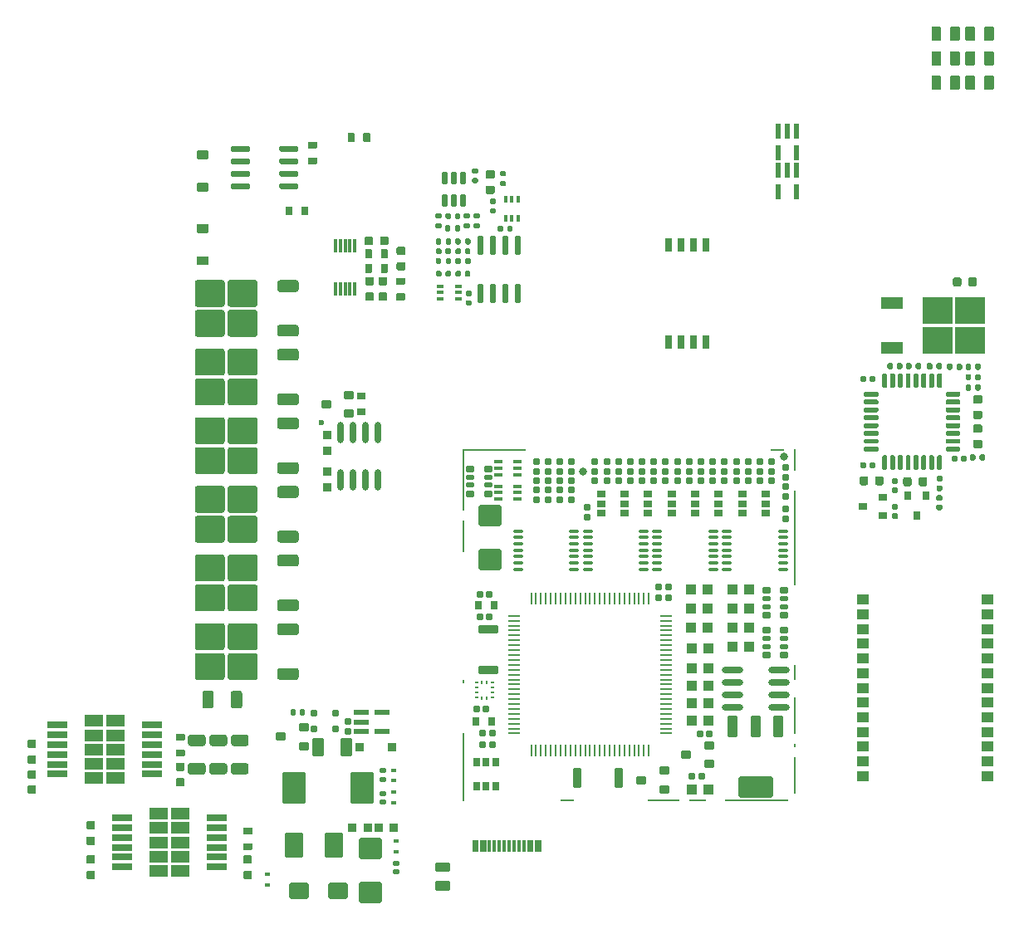
<source format=gtp>
G75*
G70*
%OFA0B0*%
%FSLAX25Y25*%
%IPPOS*%
%LPD*%
%AMOC8*
5,1,8,0,0,1.08239X$1,22.5*
%
%AMM1*
21,1,0.086610,0.073230,0.000000,0.000000,270.000000*
21,1,0.069290,0.090550,0.000000,0.000000,270.000000*
1,1,0.017320,-0.036610,-0.034650*
1,1,0.017320,-0.036610,0.034650*
1,1,0.017320,0.036610,0.034650*
1,1,0.017320,0.036610,-0.034650*
%
%AMM10*
21,1,0.015750,0.016540,0.000000,0.000000,270.000000*
21,1,0.012600,0.019680,0.000000,0.000000,270.000000*
1,1,0.003150,-0.008270,-0.006300*
1,1,0.003150,-0.008270,0.006300*
1,1,0.003150,0.008270,0.006300*
1,1,0.003150,0.008270,-0.006300*
%
%AMM11*
21,1,0.023620,0.018900,0.000000,0.000000,90.000000*
21,1,0.018900,0.023620,0.000000,0.000000,90.000000*
1,1,0.004720,0.009450,0.009450*
1,1,0.004720,0.009450,-0.009450*
1,1,0.004720,-0.009450,-0.009450*
1,1,0.004720,-0.009450,0.009450*
%
%AMM115*
21,1,0.021650,0.052760,0.000000,-0.000000,180.000000*
21,1,0.017320,0.057090,0.000000,-0.000000,180.000000*
1,1,0.004330,-0.008660,0.026380*
1,1,0.004330,0.008660,0.026380*
1,1,0.004330,0.008660,-0.026380*
1,1,0.004330,-0.008660,-0.026380*
%
%AMM12*
21,1,0.019680,0.019680,0.000000,0.000000,0.000000*
21,1,0.015750,0.023620,0.000000,0.000000,0.000000*
1,1,0.003940,0.007870,-0.009840*
1,1,0.003940,-0.007870,-0.009840*
1,1,0.003940,-0.007870,0.009840*
1,1,0.003940,0.007870,0.009840*
%
%AMM13*
21,1,0.019680,0.019680,0.000000,0.000000,270.000000*
21,1,0.015750,0.023620,0.000000,0.000000,270.000000*
1,1,0.003940,-0.009840,-0.007870*
1,1,0.003940,-0.009840,0.007870*
1,1,0.003940,0.009840,0.007870*
1,1,0.003940,0.009840,-0.007870*
%
%AMM183*
21,1,0.025590,0.026380,-0.000000,-0.000000,90.000000*
21,1,0.020470,0.031500,-0.000000,-0.000000,90.000000*
1,1,0.005120,0.013190,0.010240*
1,1,0.005120,0.013190,-0.010240*
1,1,0.005120,-0.013190,-0.010240*
1,1,0.005120,-0.013190,0.010240*
%
%AMM184*
21,1,0.017720,0.027950,-0.000000,-0.000000,90.000000*
21,1,0.014170,0.031500,-0.000000,-0.000000,90.000000*
1,1,0.003540,0.013980,0.007090*
1,1,0.003540,0.013980,-0.007090*
1,1,0.003540,-0.013980,-0.007090*
1,1,0.003540,-0.013980,0.007090*
%
%AMM185*
21,1,0.012600,0.028980,-0.000000,-0.000000,270.000000*
21,1,0.010080,0.031500,-0.000000,-0.000000,270.000000*
1,1,0.002520,-0.014490,-0.005040*
1,1,0.002520,-0.014490,0.005040*
1,1,0.002520,0.014490,0.005040*
1,1,0.002520,0.014490,-0.005040*
%
%AMM186*
21,1,0.023620,0.030710,-0.000000,-0.000000,0.000000*
21,1,0.018900,0.035430,-0.000000,-0.000000,0.000000*
1,1,0.004720,0.009450,-0.015350*
1,1,0.004720,-0.009450,-0.015350*
1,1,0.004720,-0.009450,0.015350*
1,1,0.004720,0.009450,0.015350*
%
%AMM187*
21,1,0.027560,0.018900,-0.000000,-0.000000,270.000000*
21,1,0.022840,0.023620,-0.000000,-0.000000,270.000000*
1,1,0.004720,-0.009450,-0.011420*
1,1,0.004720,-0.009450,0.011420*
1,1,0.004720,0.009450,0.011420*
1,1,0.004720,0.009450,-0.011420*
%
%AMM188*
21,1,0.031500,0.072440,-0.000000,-0.000000,270.000000*
21,1,0.025200,0.078740,-0.000000,-0.000000,270.000000*
1,1,0.006300,-0.036220,-0.012600*
1,1,0.006300,-0.036220,0.012600*
1,1,0.006300,0.036220,0.012600*
1,1,0.006300,0.036220,-0.012600*
%
%AMM189*
21,1,0.027560,0.018900,-0.000000,-0.000000,0.000000*
21,1,0.022840,0.023620,-0.000000,-0.000000,0.000000*
1,1,0.004720,0.011420,-0.009450*
1,1,0.004720,-0.011420,-0.009450*
1,1,0.004720,-0.011420,0.009450*
1,1,0.004720,0.011420,0.009450*
%
%AMM190*
21,1,0.023620,0.030710,-0.000000,-0.000000,90.000000*
21,1,0.018900,0.035430,-0.000000,-0.000000,90.000000*
1,1,0.004720,0.015350,0.009450*
1,1,0.004720,0.015350,-0.009450*
1,1,0.004720,-0.015350,-0.009450*
1,1,0.004720,-0.015350,0.009450*
%
%AMM191*
21,1,0.035430,0.030320,-0.000000,-0.000000,90.000000*
21,1,0.028350,0.037400,-0.000000,-0.000000,90.000000*
1,1,0.007090,0.015160,0.014170*
1,1,0.007090,0.015160,-0.014170*
1,1,0.007090,-0.015160,-0.014170*
1,1,0.007090,-0.015160,0.014170*
%
%AMM192*
21,1,0.043310,0.075980,-0.000000,-0.000000,180.000000*
21,1,0.034650,0.084650,-0.000000,-0.000000,180.000000*
1,1,0.008660,-0.017320,0.037990*
1,1,0.008660,0.017320,0.037990*
1,1,0.008660,0.017320,-0.037990*
1,1,0.008660,-0.017320,-0.037990*
%
%AMM193*
21,1,0.039370,0.035430,-0.000000,-0.000000,180.000000*
21,1,0.031500,0.043310,-0.000000,-0.000000,180.000000*
1,1,0.007870,-0.015750,0.017720*
1,1,0.007870,0.015750,0.017720*
1,1,0.007870,0.015750,-0.017720*
1,1,0.007870,-0.015750,-0.017720*
%
%AMM194*
21,1,0.027560,0.030710,-0.000000,-0.000000,180.000000*
21,1,0.022050,0.036220,-0.000000,-0.000000,180.000000*
1,1,0.005510,-0.011020,0.015350*
1,1,0.005510,0.011020,0.015350*
1,1,0.005510,0.011020,-0.015350*
1,1,0.005510,-0.011020,-0.015350*
%
%AMM195*
21,1,0.031500,0.072440,-0.000000,-0.000000,180.000000*
21,1,0.025200,0.078740,-0.000000,-0.000000,180.000000*
1,1,0.006300,-0.012600,0.036220*
1,1,0.006300,0.012600,0.036220*
1,1,0.006300,0.012600,-0.036220*
1,1,0.006300,-0.012600,-0.036220*
%
%AMM196*
21,1,0.137800,0.067720,-0.000000,-0.000000,180.000000*
21,1,0.120870,0.084650,-0.000000,-0.000000,180.000000*
1,1,0.016930,-0.060430,0.033860*
1,1,0.016930,0.060430,0.033860*
1,1,0.016930,0.060430,-0.033860*
1,1,0.016930,-0.060430,-0.033860*
%
%AMM197*
21,1,0.043310,0.075990,-0.000000,-0.000000,180.000000*
21,1,0.034650,0.084650,-0.000000,-0.000000,180.000000*
1,1,0.008660,-0.017320,0.037990*
1,1,0.008660,0.017320,0.037990*
1,1,0.008660,0.017320,-0.037990*
1,1,0.008660,-0.017320,-0.037990*
%
%AMM198*
21,1,0.086610,0.073230,-0.000000,-0.000000,270.000000*
21,1,0.069290,0.090550,-0.000000,-0.000000,270.000000*
1,1,0.017320,-0.036610,-0.034650*
1,1,0.017320,-0.036610,0.034650*
1,1,0.017320,0.036610,0.034650*
1,1,0.017320,0.036610,-0.034650*
%
%AMM2*
21,1,0.094490,0.111020,0.000000,0.000000,0.000000*
21,1,0.075590,0.129920,0.000000,0.000000,0.000000*
1,1,0.018900,0.037800,-0.055510*
1,1,0.018900,-0.037800,-0.055510*
1,1,0.018900,-0.037800,0.055510*
1,1,0.018900,0.037800,0.055510*
%
%AMM249*
21,1,0.035430,0.030320,0.000000,-0.000000,90.000000*
21,1,0.028350,0.037400,0.000000,-0.000000,90.000000*
1,1,0.007090,0.015160,0.014170*
1,1,0.007090,0.015160,-0.014170*
1,1,0.007090,-0.015160,-0.014170*
1,1,0.007090,-0.015160,0.014170*
%
%AMM250*
21,1,0.033470,0.026770,0.000000,-0.000000,270.000000*
21,1,0.026770,0.033470,0.000000,-0.000000,270.000000*
1,1,0.006690,-0.013390,-0.013390*
1,1,0.006690,-0.013390,0.013390*
1,1,0.006690,0.013390,0.013390*
1,1,0.006690,0.013390,-0.013390*
%
%AMM251*
21,1,0.027560,0.030710,0.000000,-0.000000,90.000000*
21,1,0.022050,0.036220,0.000000,-0.000000,90.000000*
1,1,0.005510,0.015350,0.011020*
1,1,0.005510,0.015350,-0.011020*
1,1,0.005510,-0.015350,-0.011020*
1,1,0.005510,-0.015350,0.011020*
%
%AMM3*
21,1,0.074800,0.083460,0.000000,0.000000,0.000000*
21,1,0.059840,0.098430,0.000000,0.000000,0.000000*
1,1,0.014960,0.029920,-0.041730*
1,1,0.014960,-0.029920,-0.041730*
1,1,0.014960,-0.029920,0.041730*
1,1,0.014960,0.029920,0.041730*
%
%AMM4*
21,1,0.078740,0.053540,0.000000,0.000000,180.000000*
21,1,0.065350,0.066930,0.000000,0.000000,180.000000*
1,1,0.013390,-0.032680,0.026770*
1,1,0.013390,0.032680,0.026770*
1,1,0.013390,0.032680,-0.026770*
1,1,0.013390,-0.032680,-0.026770*
%
%AMM5*
21,1,0.035430,0.030320,0.000000,0.000000,90.000000*
21,1,0.028350,0.037400,0.000000,0.000000,90.000000*
1,1,0.007090,0.015160,0.014170*
1,1,0.007090,0.015160,-0.014170*
1,1,0.007090,-0.015160,-0.014170*
1,1,0.007090,-0.015160,0.014170*
%
%AMM6*
21,1,0.021650,0.052760,0.000000,0.000000,270.000000*
21,1,0.017320,0.057090,0.000000,0.000000,270.000000*
1,1,0.004330,-0.026380,-0.008660*
1,1,0.004330,-0.026380,0.008660*
1,1,0.004330,0.026380,0.008660*
1,1,0.004330,0.026380,-0.008660*
%
%AMM7*
21,1,0.035830,0.026770,0.000000,0.000000,0.000000*
21,1,0.029130,0.033470,0.000000,0.000000,0.000000*
1,1,0.006690,0.014570,-0.013390*
1,1,0.006690,-0.014570,-0.013390*
1,1,0.006690,-0.014570,0.013390*
1,1,0.006690,0.014570,0.013390*
%
%AMM8*
21,1,0.070870,0.036220,0.000000,0.000000,90.000000*
21,1,0.061810,0.045280,0.000000,0.000000,90.000000*
1,1,0.009060,0.018110,0.030910*
1,1,0.009060,0.018110,-0.030910*
1,1,0.009060,-0.018110,-0.030910*
1,1,0.009060,-0.018110,0.030910*
%
%AMM9*
21,1,0.033470,0.026770,0.000000,0.000000,0.000000*
21,1,0.026770,0.033470,0.000000,0.000000,0.000000*
1,1,0.006690,0.013390,-0.013390*
1,1,0.006690,-0.013390,-0.013390*
1,1,0.006690,-0.013390,0.013390*
1,1,0.006690,0.013390,0.013390*
%
%ADD102M1*%
%ADD103M2*%
%ADD104M3*%
%ADD105M4*%
%ADD106M5*%
%ADD107M6*%
%ADD108M7*%
%ADD109M8*%
%ADD110M9*%
%ADD111M10*%
%ADD112M11*%
%ADD113M12*%
%ADD114M13*%
%ADD147R,0.02559X0.01575*%
%ADD153R,0.01575X0.02559*%
%ADD156R,0.03543X0.03150*%
%ADD160R,0.03150X0.03543*%
%ADD180O,0.04724X0.00866*%
%ADD181O,0.00866X0.04724*%
%ADD182O,0.04331X0.01181*%
%ADD185R,0.01378X0.00984*%
%ADD186R,0.00984X0.01378*%
%ADD191O,0.08661X0.02362*%
%ADD24C,0.03150*%
%ADD28C,0.02362*%
%ADD296M115*%
%ADD306R,0.01181X0.05512*%
%ADD307R,0.08661X0.04724*%
%ADD311R,0.12008X0.10827*%
%ADD334O,0.02362X0.08661*%
%ADD392M183*%
%ADD393M184*%
%ADD394M185*%
%ADD395M186*%
%ADD396M187*%
%ADD397M188*%
%ADD398M189*%
%ADD399M190*%
%ADD400M191*%
%ADD401M192*%
%ADD402M193*%
%ADD403M194*%
%ADD404M195*%
%ADD405M196*%
%ADD406M197*%
%ADD407M198*%
%ADD459M249*%
%ADD460M250*%
%ADD461M251*%
%ADD56R,0.05118X0.03937*%
%ADD57R,0.07874X0.02559*%
%ADD59R,0.00787X0.14567*%
%ADD60R,0.00787X0.01575*%
%ADD61R,0.00787X0.06299*%
%ADD62R,0.00787X0.38189*%
%ADD63R,0.00787X0.09055*%
%ADD64R,0.05512X0.00787*%
%ADD65R,0.25197X0.00787*%
%ADD66R,0.06693X0.00787*%
%ADD67R,0.12992X0.00787*%
%ADD68R,0.00787X0.27559*%
%ADD69R,0.00787X0.12992*%
%ADD70R,0.00787X0.24803*%
%ADD71R,0.01181X0.04528*%
%ADD75R,0.02717X0.05315*%
%ADD82O,0.00000X0.00000*%
%ADD83R,0.07677X0.04567*%
X0000000Y0000000D02*
%LPD*%
G01*
G36*
G01*
X0380906Y0334154D02*
X0380906Y0339075D01*
G75*
G02*
X0381299Y0339469I0000394J0000000D01*
G01*
X0384449Y0339469D01*
G75*
G02*
X0384843Y0339075I0000000J-000394D01*
G01*
X0384843Y0334154D01*
G75*
G02*
X0384449Y0333760I-000394J0000000D01*
G01*
X0381299Y0333760D01*
G75*
G02*
X0380906Y0334154I0000000J0000394D01*
G01*
G37*
G36*
G01*
X0388386Y0334154D02*
X0388386Y0339075D01*
G75*
G02*
X0388780Y0339469I0000394J0000000D01*
G01*
X0391929Y0339469D01*
G75*
G02*
X0392323Y0339075I0000000J-000394D01*
G01*
X0392323Y0334154D01*
G75*
G02*
X0391929Y0333760I-000394J0000000D01*
G01*
X0388780Y0333760D01*
G75*
G02*
X0388386Y0334154I0000000J0000394D01*
G01*
G37*
G36*
G01*
X0113287Y0295709D02*
X0113287Y0294528D01*
G75*
G02*
X0112697Y0293937I-000591J0000000D01*
G01*
X0106201Y0293937D01*
G75*
G02*
X0105610Y0294528I0000000J0000591D01*
G01*
X0105610Y0295709D01*
G75*
G02*
X0106201Y0296299I0000591J0000000D01*
G01*
X0112697Y0296299D01*
G75*
G02*
X0113287Y0295709I0000000J-000591D01*
G01*
G37*
G36*
G01*
X0113287Y0300709D02*
X0113287Y0299528D01*
G75*
G02*
X0112697Y0298937I-000591J0000000D01*
G01*
X0106201Y0298937D01*
G75*
G02*
X0105610Y0299528I0000000J0000591D01*
G01*
X0105610Y0300709D01*
G75*
G02*
X0106201Y0301299I0000591J0000000D01*
G01*
X0112697Y0301299D01*
G75*
G02*
X0113287Y0300709I0000000J-000591D01*
G01*
G37*
G36*
G01*
X0113287Y0305709D02*
X0113287Y0304528D01*
G75*
G02*
X0112697Y0303937I-000591J0000000D01*
G01*
X0106201Y0303937D01*
G75*
G02*
X0105610Y0304528I0000000J0000591D01*
G01*
X0105610Y0305709D01*
G75*
G02*
X0106201Y0306299I0000591J0000000D01*
G01*
X0112697Y0306299D01*
G75*
G02*
X0113287Y0305709I0000000J-000591D01*
G01*
G37*
G36*
G01*
X0113287Y0310709D02*
X0113287Y0309528D01*
G75*
G02*
X0112697Y0308937I-000591J0000000D01*
G01*
X0106201Y0308937D01*
G75*
G02*
X0105610Y0309528I0000000J0000591D01*
G01*
X0105610Y0310709D01*
G75*
G02*
X0106201Y0311299I0000591J0000000D01*
G01*
X0112697Y0311299D01*
G75*
G02*
X0113287Y0310709I0000000J-000591D01*
G01*
G37*
G36*
G01*
X0093799Y0310709D02*
X0093799Y0309528D01*
G75*
G02*
X0093209Y0308937I-000591J0000000D01*
G01*
X0086713Y0308937D01*
G75*
G02*
X0086122Y0309528I0000000J0000591D01*
G01*
X0086122Y0310709D01*
G75*
G02*
X0086713Y0311299I0000591J0000000D01*
G01*
X0093209Y0311299D01*
G75*
G02*
X0093799Y0310709I0000000J-000591D01*
G01*
G37*
G36*
G01*
X0093799Y0305709D02*
X0093799Y0304528D01*
G75*
G02*
X0093209Y0303937I-000591J0000000D01*
G01*
X0086713Y0303937D01*
G75*
G02*
X0086122Y0304528I0000000J0000591D01*
G01*
X0086122Y0305709D01*
G75*
G02*
X0086713Y0306299I0000591J0000000D01*
G01*
X0093209Y0306299D01*
G75*
G02*
X0093799Y0305709I0000000J-000591D01*
G01*
G37*
G36*
G01*
X0093799Y0300709D02*
X0093799Y0299528D01*
G75*
G02*
X0093209Y0298937I-000591J0000000D01*
G01*
X0086713Y0298937D01*
G75*
G02*
X0086122Y0299528I0000000J0000591D01*
G01*
X0086122Y0300709D01*
G75*
G02*
X0086713Y0301299I0000591J0000000D01*
G01*
X0093209Y0301299D01*
G75*
G02*
X0093799Y0300709I0000000J-000591D01*
G01*
G37*
G36*
G01*
X0093799Y0295709D02*
X0093799Y0294528D01*
G75*
G02*
X0093209Y0293937I-000591J0000000D01*
G01*
X0086713Y0293937D01*
G75*
G02*
X0086122Y0294528I0000000J0000591D01*
G01*
X0086122Y0295709D01*
G75*
G02*
X0086713Y0296299I0000591J0000000D01*
G01*
X0093209Y0296299D01*
G75*
G02*
X0093799Y0295709I0000000J-000591D01*
G01*
G37*
G36*
G01*
X0028583Y0040217D02*
X0031260Y0040217D01*
G75*
G02*
X0031594Y0039882I0000000J-000335D01*
G01*
X0031594Y0037205D01*
G75*
G02*
X0031260Y0036870I-000335J0000000D01*
G01*
X0028583Y0036870D01*
G75*
G02*
X0028248Y0037205I0000000J0000335D01*
G01*
X0028248Y0039882D01*
G75*
G02*
X0028583Y0040217I0000335J0000000D01*
G01*
G37*
G36*
G01*
X0028583Y0033996D02*
X0031260Y0033996D01*
G75*
G02*
X0031594Y0033661I0000000J-000335D01*
G01*
X0031594Y0030984D01*
G75*
G02*
X0031260Y0030650I-000335J0000000D01*
G01*
X0028583Y0030650D01*
G75*
G02*
X0028248Y0030984I0000000J0000335D01*
G01*
X0028248Y0033661D01*
G75*
G02*
X0028583Y0033996I0000335J0000000D01*
G01*
G37*
G36*
G01*
X0380906Y0343996D02*
X0380906Y0348917D01*
G75*
G02*
X0381299Y0349311I0000394J0000000D01*
G01*
X0384449Y0349311D01*
G75*
G02*
X0384843Y0348917I0000000J-000394D01*
G01*
X0384843Y0343996D01*
G75*
G02*
X0384449Y0343602I-000394J0000000D01*
G01*
X0381299Y0343602D01*
G75*
G02*
X0380906Y0343996I0000000J0000394D01*
G01*
G37*
G36*
G01*
X0388386Y0343996D02*
X0388386Y0348917D01*
G75*
G02*
X0388780Y0349311I0000394J0000000D01*
G01*
X0391929Y0349311D01*
G75*
G02*
X0392323Y0348917I0000000J-000394D01*
G01*
X0392323Y0343996D01*
G75*
G02*
X0391929Y0343602I-000394J0000000D01*
G01*
X0388780Y0343602D01*
G75*
G02*
X0388386Y0343996I0000000J0000394D01*
G01*
G37*
G36*
G01*
X0113386Y0155787D02*
X0113386Y0153031D01*
G75*
G02*
X0112402Y0152047I-000984J0000000D01*
G01*
X0105709Y0152047D01*
G75*
G02*
X0104724Y0153031I0000000J0000984D01*
G01*
X0104724Y0155787D01*
G75*
G02*
X0105709Y0156772I0000984J0000000D01*
G01*
X0112402Y0156772D01*
G75*
G02*
X0113386Y0155787I0000000J-000984D01*
G01*
G37*
G36*
G01*
X0096850Y0161811D02*
X0096850Y0152953D01*
G75*
G02*
X0095866Y0151969I-000984J0000000D01*
G01*
X0085827Y0151969D01*
G75*
G02*
X0084843Y0152953I0000000J0000984D01*
G01*
X0084843Y0161811D01*
G75*
G02*
X0085827Y0162795I0000984J0000000D01*
G01*
X0095866Y0162795D01*
G75*
G02*
X0096850Y0161811I0000000J-000984D01*
G01*
G37*
G36*
G01*
X0096850Y0173819D02*
X0096850Y0164961D01*
G75*
G02*
X0095866Y0163976I-000984J0000000D01*
G01*
X0085827Y0163976D01*
G75*
G02*
X0084843Y0164961I0000000J0000984D01*
G01*
X0084843Y0173819D01*
G75*
G02*
X0085827Y0174803I0000984J0000000D01*
G01*
X0095866Y0174803D01*
G75*
G02*
X0096850Y0173819I0000000J-000984D01*
G01*
G37*
G36*
G01*
X0083661Y0161811D02*
X0083661Y0152953D01*
G75*
G02*
X0082677Y0151969I-000984J0000000D01*
G01*
X0072638Y0151969D01*
G75*
G02*
X0071654Y0152953I0000000J0000984D01*
G01*
X0071654Y0161811D01*
G75*
G02*
X0072638Y0162795I0000984J0000000D01*
G01*
X0082677Y0162795D01*
G75*
G02*
X0083661Y0161811I0000000J-000984D01*
G01*
G37*
G36*
G01*
X0083661Y0173819D02*
X0083661Y0164961D01*
G75*
G02*
X0082677Y0163976I-000984J0000000D01*
G01*
X0072638Y0163976D01*
G75*
G02*
X0071654Y0164961I0000000J0000984D01*
G01*
X0071654Y0173819D01*
G75*
G02*
X0072638Y0174803I0000984J0000000D01*
G01*
X0082677Y0174803D01*
G75*
G02*
X0083661Y0173819I0000000J-000984D01*
G01*
G37*
G36*
G01*
X0113386Y0173740D02*
X0113386Y0170984D01*
G75*
G02*
X0112402Y0170000I-000984J0000000D01*
G01*
X0105709Y0170000D01*
G75*
G02*
X0104724Y0170984I0000000J0000984D01*
G01*
X0104724Y0173740D01*
G75*
G02*
X0105709Y0174724I0000984J0000000D01*
G01*
X0112402Y0174724D01*
G75*
G02*
X0113386Y0173740I0000000J-000984D01*
G01*
G37*
G36*
G01*
X0113386Y0238465D02*
X0113386Y0235709D01*
G75*
G02*
X0112402Y0234724I-000984J0000000D01*
G01*
X0105709Y0234724D01*
G75*
G02*
X0104724Y0235709I0000000J0000984D01*
G01*
X0104724Y0238465D01*
G75*
G02*
X0105709Y0239449I0000984J0000000D01*
G01*
X0112402Y0239449D01*
G75*
G02*
X0113386Y0238465I0000000J-000984D01*
G01*
G37*
G36*
G01*
X0096850Y0244488D02*
X0096850Y0235630D01*
G75*
G02*
X0095866Y0234646I-000984J0000000D01*
G01*
X0085827Y0234646D01*
G75*
G02*
X0084843Y0235630I0000000J0000984D01*
G01*
X0084843Y0244488D01*
G75*
G02*
X0085827Y0245472I0000984J0000000D01*
G01*
X0095866Y0245472D01*
G75*
G02*
X0096850Y0244488I0000000J-000984D01*
G01*
G37*
G36*
G01*
X0096850Y0256496D02*
X0096850Y0247638D01*
G75*
G02*
X0095866Y0246654I-000984J0000000D01*
G01*
X0085827Y0246654D01*
G75*
G02*
X0084843Y0247638I0000000J0000984D01*
G01*
X0084843Y0256496D01*
G75*
G02*
X0085827Y0257480I0000984J0000000D01*
G01*
X0095866Y0257480D01*
G75*
G02*
X0096850Y0256496I0000000J-000984D01*
G01*
G37*
G36*
G01*
X0083661Y0244488D02*
X0083661Y0235630D01*
G75*
G02*
X0082677Y0234646I-000984J0000000D01*
G01*
X0072638Y0234646D01*
G75*
G02*
X0071654Y0235630I0000000J0000984D01*
G01*
X0071654Y0244488D01*
G75*
G02*
X0072638Y0245472I0000984J0000000D01*
G01*
X0082677Y0245472D01*
G75*
G02*
X0083661Y0244488I0000000J-000984D01*
G01*
G37*
G36*
G01*
X0083661Y0256496D02*
X0083661Y0247638D01*
G75*
G02*
X0082677Y0246654I-000984J0000000D01*
G01*
X0072638Y0246654D01*
G75*
G02*
X0071654Y0247638I0000000J0000984D01*
G01*
X0071654Y0256496D01*
G75*
G02*
X0072638Y0257480I0000984J0000000D01*
G01*
X0082677Y0257480D01*
G75*
G02*
X0083661Y0256496I0000000J-000984D01*
G01*
G37*
G36*
G01*
X0113386Y0256417D02*
X0113386Y0253661D01*
G75*
G02*
X0112402Y0252677I-000984J0000000D01*
G01*
X0105709Y0252677D01*
G75*
G02*
X0104724Y0253661I0000000J0000984D01*
G01*
X0104724Y0256417D01*
G75*
G02*
X0105709Y0257402I0000984J0000000D01*
G01*
X0112402Y0257402D01*
G75*
G02*
X0113386Y0256417I0000000J-000984D01*
G01*
G37*
G36*
G01*
X0113386Y0210906D02*
X0113386Y0208150D01*
G75*
G02*
X0112402Y0207165I-000984J0000000D01*
G01*
X0105709Y0207165D01*
G75*
G02*
X0104724Y0208150I0000000J0000984D01*
G01*
X0104724Y0210906D01*
G75*
G02*
X0105709Y0211890I0000984J0000000D01*
G01*
X0112402Y0211890D01*
G75*
G02*
X0113386Y0210906I0000000J-000984D01*
G01*
G37*
G36*
G01*
X0096850Y0216929D02*
X0096850Y0208071D01*
G75*
G02*
X0095866Y0207087I-000984J0000000D01*
G01*
X0085827Y0207087D01*
G75*
G02*
X0084843Y0208071I0000000J0000984D01*
G01*
X0084843Y0216929D01*
G75*
G02*
X0085827Y0217913I0000984J0000000D01*
G01*
X0095866Y0217913D01*
G75*
G02*
X0096850Y0216929I0000000J-000984D01*
G01*
G37*
G36*
G01*
X0096850Y0228937D02*
X0096850Y0220079D01*
G75*
G02*
X0095866Y0219094I-000984J0000000D01*
G01*
X0085827Y0219094D01*
G75*
G02*
X0084843Y0220079I0000000J0000984D01*
G01*
X0084843Y0228937D01*
G75*
G02*
X0085827Y0229921I0000984J0000000D01*
G01*
X0095866Y0229921D01*
G75*
G02*
X0096850Y0228937I0000000J-000984D01*
G01*
G37*
G36*
G01*
X0083661Y0216929D02*
X0083661Y0208071D01*
G75*
G02*
X0082677Y0207087I-000984J0000000D01*
G01*
X0072638Y0207087D01*
G75*
G02*
X0071654Y0208071I0000000J0000984D01*
G01*
X0071654Y0216929D01*
G75*
G02*
X0072638Y0217913I0000984J0000000D01*
G01*
X0082677Y0217913D01*
G75*
G02*
X0083661Y0216929I0000000J-000984D01*
G01*
G37*
G36*
G01*
X0083661Y0228937D02*
X0083661Y0220079D01*
G75*
G02*
X0082677Y0219094I-000984J0000000D01*
G01*
X0072638Y0219094D01*
G75*
G02*
X0071654Y0220079I0000000J0000984D01*
G01*
X0071654Y0228937D01*
G75*
G02*
X0072638Y0229921I0000984J0000000D01*
G01*
X0082677Y0229921D01*
G75*
G02*
X0083661Y0228937I0000000J-000984D01*
G01*
G37*
G36*
G01*
X0113386Y0228858D02*
X0113386Y0226102D01*
G75*
G02*
X0112402Y0225118I-000984J0000000D01*
G01*
X0105709Y0225118D01*
G75*
G02*
X0104724Y0226102I0000000J0000984D01*
G01*
X0104724Y0228858D01*
G75*
G02*
X0105709Y0229843I0000984J0000000D01*
G01*
X0112402Y0229843D01*
G75*
G02*
X0113386Y0228858I0000000J-000984D01*
G01*
G37*
G36*
G01*
X0091575Y0026437D02*
X0094252Y0026437D01*
G75*
G02*
X0094587Y0026102I0000000J-000335D01*
G01*
X0094587Y0023425D01*
G75*
G02*
X0094252Y0023091I-000335J0000000D01*
G01*
X0091575Y0023091D01*
G75*
G02*
X0091240Y0023425I0000000J0000335D01*
G01*
X0091240Y0026102D01*
G75*
G02*
X0091575Y0026437I0000335J0000000D01*
G01*
G37*
G36*
G01*
X0091575Y0020217D02*
X0094252Y0020217D01*
G75*
G02*
X0094587Y0019882I0000000J-000335D01*
G01*
X0094587Y0017205D01*
G75*
G02*
X0094252Y0016870I-000335J0000000D01*
G01*
X0091575Y0016870D01*
G75*
G02*
X0091240Y0017205I0000000J0000335D01*
G01*
X0091240Y0019882D01*
G75*
G02*
X0091575Y0020217I0000335J0000000D01*
G01*
G37*
G36*
G01*
X0142057Y0316201D02*
X0142057Y0313130D01*
G75*
G02*
X0141781Y0312854I-000276J0000000D01*
G01*
X0139577Y0312854D01*
G75*
G02*
X0139301Y0313130I0000000J0000276D01*
G01*
X0139301Y0316201D01*
G75*
G02*
X0139577Y0316476I0000276J0000000D01*
G01*
X0141781Y0316476D01*
G75*
G02*
X0142057Y0316201I0000000J-000276D01*
G01*
G37*
G36*
G01*
X0135758Y0316201D02*
X0135758Y0313130D01*
G75*
G02*
X0135482Y0312854I-000276J0000000D01*
G01*
X0133278Y0312854D01*
G75*
G02*
X0133002Y0313130I0000000J0000276D01*
G01*
X0133002Y0316201D01*
G75*
G02*
X0133278Y0316476I0000276J0000000D01*
G01*
X0135482Y0316476D01*
G75*
G02*
X0135758Y0316201I0000000J-000276D01*
G01*
G37*
G36*
G01*
X0064508Y0063681D02*
X0067185Y0063681D01*
G75*
G02*
X0067520Y0063346I0000000J-000335D01*
G01*
X0067520Y0060669D01*
G75*
G02*
X0067185Y0060335I-000335J0000000D01*
G01*
X0064508Y0060335D01*
G75*
G02*
X0064173Y0060669I0000000J0000335D01*
G01*
X0064173Y0063346D01*
G75*
G02*
X0064508Y0063681I0000335J0000000D01*
G01*
G37*
G36*
G01*
X0064508Y0057461D02*
X0067185Y0057461D01*
G75*
G02*
X0067520Y0057126I0000000J-000335D01*
G01*
X0067520Y0054449D01*
G75*
G02*
X0067185Y0054114I-000335J0000000D01*
G01*
X0064508Y0054114D01*
G75*
G02*
X0064173Y0054449I0000000J0000335D01*
G01*
X0064173Y0057126D01*
G75*
G02*
X0064508Y0057461I0000335J0000000D01*
G01*
G37*
G36*
G01*
X0068898Y0071280D02*
X0068898Y0073996D01*
G75*
G02*
X0069803Y0074902I0000906J0000000D01*
G01*
X0075079Y0074902D01*
G75*
G02*
X0075984Y0073996I0000000J-000906D01*
G01*
X0075984Y0071280D01*
G75*
G02*
X0075079Y0070374I-000906J0000000D01*
G01*
X0069803Y0070374D01*
G75*
G02*
X0068898Y0071280I0000000J0000906D01*
G01*
G37*
G36*
G01*
X0068898Y0059862D02*
X0068898Y0062579D01*
G75*
G02*
X0069803Y0063484I0000906J0000000D01*
G01*
X0075079Y0063484D01*
G75*
G02*
X0075984Y0062579I0000000J-000906D01*
G01*
X0075984Y0059862D01*
G75*
G02*
X0075079Y0058957I-000906J0000000D01*
G01*
X0069803Y0058957D01*
G75*
G02*
X0068898Y0059862I0000000J0000906D01*
G01*
G37*
G36*
G01*
X0367323Y0334154D02*
X0367323Y0339075D01*
G75*
G02*
X0367717Y0339469I0000394J0000000D01*
G01*
X0370866Y0339469D01*
G75*
G02*
X0371260Y0339075I0000000J-000394D01*
G01*
X0371260Y0334154D01*
G75*
G02*
X0370866Y0333760I-000394J0000000D01*
G01*
X0367717Y0333760D01*
G75*
G02*
X0367323Y0334154I0000000J0000394D01*
G01*
G37*
G36*
G01*
X0374803Y0334154D02*
X0374803Y0339075D01*
G75*
G02*
X0375197Y0339469I0000394J0000000D01*
G01*
X0378347Y0339469D01*
G75*
G02*
X0378740Y0339075I0000000J-000394D01*
G01*
X0378740Y0334154D01*
G75*
G02*
X0378347Y0333760I-000394J0000000D01*
G01*
X0375197Y0333760D01*
G75*
G02*
X0374803Y0334154I0000000J0000394D01*
G01*
G37*
G36*
G01*
X0004961Y0072894D02*
X0007638Y0072894D01*
G75*
G02*
X0007972Y0072559I0000000J-000335D01*
G01*
X0007972Y0069882D01*
G75*
G02*
X0007638Y0069547I-000335J0000000D01*
G01*
X0004961Y0069547D01*
G75*
G02*
X0004626Y0069882I0000000J0000335D01*
G01*
X0004626Y0072559D01*
G75*
G02*
X0004961Y0072894I0000335J0000000D01*
G01*
G37*
G36*
G01*
X0004961Y0066673D02*
X0007638Y0066673D01*
G75*
G02*
X0007972Y0066339I0000000J-000335D01*
G01*
X0007972Y0063661D01*
G75*
G02*
X0007638Y0063327I-000335J0000000D01*
G01*
X0004961Y0063327D01*
G75*
G02*
X0004626Y0063661I0000000J0000335D01*
G01*
X0004626Y0066339D01*
G75*
G02*
X0004961Y0066673I0000335J0000000D01*
G01*
G37*
G36*
G01*
X0117126Y0286772D02*
X0117126Y0283701D01*
G75*
G02*
X0116850Y0283425I-000276J0000000D01*
G01*
X0114646Y0283425D01*
G75*
G02*
X0114370Y0283701I0000000J0000276D01*
G01*
X0114370Y0286772D01*
G75*
G02*
X0114646Y0287047I0000276J0000000D01*
G01*
X0116850Y0287047D01*
G75*
G02*
X0117126Y0286772I0000000J-000276D01*
G01*
G37*
G36*
G01*
X0110827Y0286772D02*
X0110827Y0283701D01*
G75*
G02*
X0110551Y0283425I-000276J0000000D01*
G01*
X0108346Y0283425D01*
G75*
G02*
X0108071Y0283701I0000000J0000276D01*
G01*
X0108071Y0286772D01*
G75*
G02*
X0108346Y0287047I0000276J0000000D01*
G01*
X0110551Y0287047D01*
G75*
G02*
X0110827Y0286772I0000000J-000276D01*
G01*
G37*
G36*
G01*
X0077559Y0071280D02*
X0077559Y0073996D01*
G75*
G02*
X0078465Y0074902I0000906J0000000D01*
G01*
X0083740Y0074902D01*
G75*
G02*
X0084646Y0073996I0000000J-000906D01*
G01*
X0084646Y0071280D01*
G75*
G02*
X0083740Y0070374I-000906J0000000D01*
G01*
X0078465Y0070374D01*
G75*
G02*
X0077559Y0071280I0000000J0000906D01*
G01*
G37*
G36*
G01*
X0077559Y0059862D02*
X0077559Y0062579D01*
G75*
G02*
X0078465Y0063484I0000906J0000000D01*
G01*
X0083740Y0063484D01*
G75*
G02*
X0084646Y0062579I0000000J-000906D01*
G01*
X0084646Y0059862D01*
G75*
G02*
X0083740Y0058957I-000906J0000000D01*
G01*
X0078465Y0058957D01*
G75*
G02*
X0077559Y0059862I0000000J0000906D01*
G01*
G37*
G36*
G01*
X0031260Y0016870D02*
X0028583Y0016870D01*
G75*
G02*
X0028248Y0017205I0000000J0000335D01*
G01*
X0028248Y0019882D01*
G75*
G02*
X0028583Y0020217I0000335J0000000D01*
G01*
X0031260Y0020217D01*
G75*
G02*
X0031594Y0019882I0000000J-000335D01*
G01*
X0031594Y0017205D01*
G75*
G02*
X0031260Y0016870I-000335J0000000D01*
G01*
G37*
G36*
G01*
X0031260Y0023091D02*
X0028583Y0023091D01*
G75*
G02*
X0028248Y0023425I0000000J0000335D01*
G01*
X0028248Y0026102D01*
G75*
G02*
X0028583Y0026437I0000335J0000000D01*
G01*
X0031260Y0026437D01*
G75*
G02*
X0031594Y0026102I0000000J-000335D01*
G01*
X0031594Y0023425D01*
G75*
G02*
X0031260Y0023091I-000335J0000000D01*
G01*
G37*
G36*
G01*
X0113386Y0100669D02*
X0113386Y0097913D01*
G75*
G02*
X0112402Y0096929I-000984J0000000D01*
G01*
X0105709Y0096929D01*
G75*
G02*
X0104724Y0097913I0000000J0000984D01*
G01*
X0104724Y0100669D01*
G75*
G02*
X0105709Y0101654I0000984J0000000D01*
G01*
X0112402Y0101654D01*
G75*
G02*
X0113386Y0100669I0000000J-000984D01*
G01*
G37*
G36*
G01*
X0096850Y0106693D02*
X0096850Y0097835D01*
G75*
G02*
X0095866Y0096850I-000984J0000000D01*
G01*
X0085827Y0096850D01*
G75*
G02*
X0084843Y0097835I0000000J0000984D01*
G01*
X0084843Y0106693D01*
G75*
G02*
X0085827Y0107677I0000984J0000000D01*
G01*
X0095866Y0107677D01*
G75*
G02*
X0096850Y0106693I0000000J-000984D01*
G01*
G37*
G36*
G01*
X0096850Y0118701D02*
X0096850Y0109843D01*
G75*
G02*
X0095866Y0108858I-000984J0000000D01*
G01*
X0085827Y0108858D01*
G75*
G02*
X0084843Y0109843I0000000J0000984D01*
G01*
X0084843Y0118701D01*
G75*
G02*
X0085827Y0119685I0000984J0000000D01*
G01*
X0095866Y0119685D01*
G75*
G02*
X0096850Y0118701I0000000J-000984D01*
G01*
G37*
G36*
G01*
X0083661Y0106693D02*
X0083661Y0097835D01*
G75*
G02*
X0082677Y0096850I-000984J0000000D01*
G01*
X0072638Y0096850D01*
G75*
G02*
X0071654Y0097835I0000000J0000984D01*
G01*
X0071654Y0106693D01*
G75*
G02*
X0072638Y0107677I0000984J0000000D01*
G01*
X0082677Y0107677D01*
G75*
G02*
X0083661Y0106693I0000000J-000984D01*
G01*
G37*
G36*
G01*
X0083661Y0118701D02*
X0083661Y0109843D01*
G75*
G02*
X0082677Y0108858I-000984J0000000D01*
G01*
X0072638Y0108858D01*
G75*
G02*
X0071654Y0109843I0000000J0000984D01*
G01*
X0071654Y0118701D01*
G75*
G02*
X0072638Y0119685I0000984J0000000D01*
G01*
X0082677Y0119685D01*
G75*
G02*
X0083661Y0118701I0000000J-000984D01*
G01*
G37*
G36*
G01*
X0113386Y0118622D02*
X0113386Y0115866D01*
G75*
G02*
X0112402Y0114882I-000984J0000000D01*
G01*
X0105709Y0114882D01*
G75*
G02*
X0104724Y0115866I0000000J0000984D01*
G01*
X0104724Y0118622D01*
G75*
G02*
X0105709Y0119606I0000984J0000000D01*
G01*
X0112402Y0119606D01*
G75*
G02*
X0113386Y0118622I0000000J-000984D01*
G01*
G37*
D82*
X0121654Y0190157D03*
G36*
G01*
X0064311Y0075236D02*
X0067382Y0075236D01*
G75*
G02*
X0067657Y0074961I0000000J-000276D01*
G01*
X0067657Y0072756D01*
G75*
G02*
X0067382Y0072480I-000276J0000000D01*
G01*
X0064311Y0072480D01*
G75*
G02*
X0064035Y0072756I0000000J0000276D01*
G01*
X0064035Y0074961D01*
G75*
G02*
X0064311Y0075236I0000276J0000000D01*
G01*
G37*
G36*
G01*
X0064311Y0068937D02*
X0067382Y0068937D01*
G75*
G02*
X0067657Y0068661I0000000J-000276D01*
G01*
X0067657Y0066457D01*
G75*
G02*
X0067382Y0066181I-000276J0000000D01*
G01*
X0064311Y0066181D01*
G75*
G02*
X0064035Y0066457I0000000J0000276D01*
G01*
X0064035Y0068661D01*
G75*
G02*
X0064311Y0068937I0000276J0000000D01*
G01*
G37*
G36*
G01*
X0113386Y0183346D02*
X0113386Y0180591D01*
G75*
G02*
X0112402Y0179606I-000984J0000000D01*
G01*
X0105709Y0179606D01*
G75*
G02*
X0104724Y0180591I0000000J0000984D01*
G01*
X0104724Y0183346D01*
G75*
G02*
X0105709Y0184331I0000984J0000000D01*
G01*
X0112402Y0184331D01*
G75*
G02*
X0113386Y0183346I0000000J-000984D01*
G01*
G37*
G36*
G01*
X0096850Y0189370D02*
X0096850Y0180512D01*
G75*
G02*
X0095866Y0179528I-000984J0000000D01*
G01*
X0085827Y0179528D01*
G75*
G02*
X0084843Y0180512I0000000J0000984D01*
G01*
X0084843Y0189370D01*
G75*
G02*
X0085827Y0190354I0000984J0000000D01*
G01*
X0095866Y0190354D01*
G75*
G02*
X0096850Y0189370I0000000J-000984D01*
G01*
G37*
G36*
G01*
X0096850Y0201378D02*
X0096850Y0192520D01*
G75*
G02*
X0095866Y0191535I-000984J0000000D01*
G01*
X0085827Y0191535D01*
G75*
G02*
X0084843Y0192520I0000000J0000984D01*
G01*
X0084843Y0201378D01*
G75*
G02*
X0085827Y0202362I0000984J0000000D01*
G01*
X0095866Y0202362D01*
G75*
G02*
X0096850Y0201378I0000000J-000984D01*
G01*
G37*
G36*
G01*
X0083661Y0189370D02*
X0083661Y0180512D01*
G75*
G02*
X0082677Y0179528I-000984J0000000D01*
G01*
X0072638Y0179528D01*
G75*
G02*
X0071654Y0180512I0000000J0000984D01*
G01*
X0071654Y0189370D01*
G75*
G02*
X0072638Y0190354I0000984J0000000D01*
G01*
X0082677Y0190354D01*
G75*
G02*
X0083661Y0189370I0000000J-000984D01*
G01*
G37*
G36*
G01*
X0083661Y0201378D02*
X0083661Y0192520D01*
G75*
G02*
X0082677Y0191535I-000984J0000000D01*
G01*
X0072638Y0191535D01*
G75*
G02*
X0071654Y0192520I0000000J0000984D01*
G01*
X0071654Y0201378D01*
G75*
G02*
X0072638Y0202362I0000984J0000000D01*
G01*
X0082677Y0202362D01*
G75*
G02*
X0083661Y0201378I0000000J-000984D01*
G01*
G37*
G36*
G01*
X0113386Y0201299D02*
X0113386Y0198543D01*
G75*
G02*
X0112402Y0197559I-000984J0000000D01*
G01*
X0105709Y0197559D01*
G75*
G02*
X0104724Y0198543I0000000J0000984D01*
G01*
X0104724Y0201299D01*
G75*
G02*
X0105709Y0202283I0000984J0000000D01*
G01*
X0112402Y0202283D01*
G75*
G02*
X0113386Y0201299I0000000J-000984D01*
G01*
G37*
D56*
X0389764Y0058268D03*
X0389764Y0064173D03*
X0389764Y0070079D03*
X0389764Y0075984D03*
X0389764Y0081890D03*
X0389764Y0087795D03*
X0389764Y0093701D03*
X0389764Y0099606D03*
X0389764Y0105512D03*
X0389764Y0111417D03*
X0389764Y0117323D03*
X0389764Y0123228D03*
X0389764Y0129134D03*
X0339764Y0129134D03*
X0339764Y0123228D03*
X0339764Y0117323D03*
X0339764Y0111417D03*
X0339764Y0105512D03*
X0339764Y0099606D03*
X0339764Y0093701D03*
X0339764Y0087795D03*
X0339764Y0081890D03*
X0339764Y0075984D03*
X0339764Y0070079D03*
X0339764Y0064173D03*
X0339764Y0058268D03*
G36*
G01*
X0367323Y0353839D02*
X0367323Y0358760D01*
G75*
G02*
X0367717Y0359154I0000394J0000000D01*
G01*
X0370866Y0359154D01*
G75*
G02*
X0371260Y0358760I0000000J-000394D01*
G01*
X0371260Y0353839D01*
G75*
G02*
X0370866Y0353445I-000394J0000000D01*
G01*
X0367717Y0353445D01*
G75*
G02*
X0367323Y0353839I0000000J0000394D01*
G01*
G37*
G36*
G01*
X0374803Y0353839D02*
X0374803Y0358760D01*
G75*
G02*
X0375197Y0359154I0000394J0000000D01*
G01*
X0378347Y0359154D01*
G75*
G02*
X0378740Y0358760I0000000J-000394D01*
G01*
X0378740Y0353839D01*
G75*
G02*
X0378347Y0353445I-000394J0000000D01*
G01*
X0375197Y0353445D01*
G75*
G02*
X0374803Y0353839I0000000J0000394D01*
G01*
G37*
G36*
G01*
X0086220Y0071280D02*
X0086220Y0073996D01*
G75*
G02*
X0087126Y0074902I0000906J0000000D01*
G01*
X0092402Y0074902D01*
G75*
G02*
X0093307Y0073996I0000000J-000906D01*
G01*
X0093307Y0071280D01*
G75*
G02*
X0092402Y0070374I-000906J0000000D01*
G01*
X0087126Y0070374D01*
G75*
G02*
X0086220Y0071280I0000000J0000906D01*
G01*
G37*
G36*
G01*
X0086220Y0059862D02*
X0086220Y0062579D01*
G75*
G02*
X0087126Y0063484I0000906J0000000D01*
G01*
X0092402Y0063484D01*
G75*
G02*
X0093307Y0062579I0000000J-000906D01*
G01*
X0093307Y0059862D01*
G75*
G02*
X0092402Y0058957I-000906J0000000D01*
G01*
X0087126Y0058957D01*
G75*
G02*
X0086220Y0059862I0000000J0000906D01*
G01*
G37*
G36*
G01*
X0168699Y0023699D02*
X0173621Y0023699D01*
G75*
G02*
X0174014Y0023306I0000000J-000394D01*
G01*
X0174014Y0020156D01*
G75*
G02*
X0173621Y0019762I-000394J0000000D01*
G01*
X0168699Y0019762D01*
G75*
G02*
X0168306Y0020156I0000000J0000394D01*
G01*
X0168306Y0023306D01*
G75*
G02*
X0168699Y0023699I0000394J0000000D01*
G01*
G37*
G36*
G01*
X0168699Y0016219D02*
X0173621Y0016219D01*
G75*
G02*
X0174014Y0015825I0000000J-000394D01*
G01*
X0174014Y0012676D01*
G75*
G02*
X0173621Y0012282I-000394J0000000D01*
G01*
X0168699Y0012282D01*
G75*
G02*
X0168306Y0012676I0000000J0000394D01*
G01*
X0168306Y0015825D01*
G75*
G02*
X0168699Y0016219I0000394J0000000D01*
G01*
G37*
G36*
G01*
X0117362Y0312992D02*
X0120433Y0312992D01*
G75*
G02*
X0120709Y0312717I0000000J-000276D01*
G01*
X0120709Y0310512D01*
G75*
G02*
X0120433Y0310236I-000276J0000000D01*
G01*
X0117362Y0310236D01*
G75*
G02*
X0117087Y0310512I0000000J0000276D01*
G01*
X0117087Y0312717D01*
G75*
G02*
X0117362Y0312992I0000276J0000000D01*
G01*
G37*
G36*
G01*
X0117362Y0306693D02*
X0120433Y0306693D01*
G75*
G02*
X0120709Y0306417I0000000J-000276D01*
G01*
X0120709Y0304213D01*
G75*
G02*
X0120433Y0303937I-000276J0000000D01*
G01*
X0117362Y0303937D01*
G75*
G02*
X0117087Y0304213I0000000J0000276D01*
G01*
X0117087Y0306417D01*
G75*
G02*
X0117362Y0306693I0000276J0000000D01*
G01*
G37*
G36*
G01*
X0076811Y0292913D02*
X0072795Y0292913D01*
G75*
G02*
X0072441Y0293268I0000000J0000354D01*
G01*
X0072441Y0296102D01*
G75*
G02*
X0072795Y0296457I0000354J0000000D01*
G01*
X0076811Y0296457D01*
G75*
G02*
X0077165Y0296102I0000000J-000354D01*
G01*
X0077165Y0293268D01*
G75*
G02*
X0076811Y0292913I-000354J0000000D01*
G01*
G37*
G36*
G01*
X0076811Y0305906D02*
X0072795Y0305906D01*
G75*
G02*
X0072441Y0306260I0000000J0000354D01*
G01*
X0072441Y0309094D01*
G75*
G02*
X0072795Y0309449I0000354J0000000D01*
G01*
X0076811Y0309449D01*
G75*
G02*
X0077165Y0309094I0000000J-000354D01*
G01*
X0077165Y0306260D01*
G75*
G02*
X0076811Y0305906I-000354J0000000D01*
G01*
G37*
G36*
G01*
X0380906Y0353839D02*
X0380906Y0358760D01*
G75*
G02*
X0381299Y0359154I0000394J0000000D01*
G01*
X0384449Y0359154D01*
G75*
G02*
X0384843Y0358760I0000000J-000394D01*
G01*
X0384843Y0353839D01*
G75*
G02*
X0384449Y0353445I-000394J0000000D01*
G01*
X0381299Y0353445D01*
G75*
G02*
X0380906Y0353839I0000000J0000394D01*
G01*
G37*
G36*
G01*
X0388386Y0353839D02*
X0388386Y0358760D01*
G75*
G02*
X0388780Y0359154I0000394J0000000D01*
G01*
X0391929Y0359154D01*
G75*
G02*
X0392323Y0358760I0000000J-000394D01*
G01*
X0392323Y0353839D01*
G75*
G02*
X0391929Y0353445I-000394J0000000D01*
G01*
X0388780Y0353445D01*
G75*
G02*
X0388386Y0353839I0000000J0000394D01*
G01*
G37*
G36*
G01*
X0367323Y0343996D02*
X0367323Y0348917D01*
G75*
G02*
X0367717Y0349311I0000394J0000000D01*
G01*
X0370866Y0349311D01*
G75*
G02*
X0371260Y0348917I0000000J-000394D01*
G01*
X0371260Y0343996D01*
G75*
G02*
X0370866Y0343602I-000394J0000000D01*
G01*
X0367717Y0343602D01*
G75*
G02*
X0367323Y0343996I0000000J0000394D01*
G01*
G37*
G36*
G01*
X0374803Y0343996D02*
X0374803Y0348917D01*
G75*
G02*
X0375197Y0349311I0000394J0000000D01*
G01*
X0378347Y0349311D01*
G75*
G02*
X0378740Y0348917I0000000J-000394D01*
G01*
X0378740Y0343996D01*
G75*
G02*
X0378347Y0343602I-000394J0000000D01*
G01*
X0375197Y0343602D01*
G75*
G02*
X0374803Y0343996I0000000J0000394D01*
G01*
G37*
D83*
X0031004Y0080394D03*
X0031004Y0074646D03*
X0031004Y0068898D03*
X0031004Y0063150D03*
X0031004Y0057402D03*
X0039862Y0080394D03*
X0039862Y0074646D03*
X0039862Y0068898D03*
X0039862Y0063150D03*
X0039862Y0057402D03*
D57*
X0016535Y0078740D03*
X0016535Y0074803D03*
X0016535Y0070866D03*
X0016535Y0066929D03*
X0016535Y0062992D03*
X0016535Y0059055D03*
X0054331Y0059055D03*
X0054331Y0062992D03*
X0054331Y0066929D03*
X0054331Y0070866D03*
X0054331Y0074803D03*
X0054331Y0078740D03*
D83*
X0057087Y0043150D03*
X0057087Y0037402D03*
X0057087Y0031654D03*
X0057087Y0025906D03*
X0057087Y0020157D03*
X0065945Y0043150D03*
X0065945Y0037402D03*
X0065945Y0031654D03*
X0065945Y0025906D03*
X0065945Y0020157D03*
D57*
X0042618Y0041496D03*
X0042618Y0037559D03*
X0042618Y0033622D03*
X0042618Y0029685D03*
X0042618Y0025748D03*
X0042618Y0021811D03*
X0080413Y0021811D03*
X0080413Y0025748D03*
X0080413Y0029685D03*
X0080413Y0033622D03*
X0080413Y0037559D03*
X0080413Y0041496D03*
G36*
G01*
X0113386Y0128228D02*
X0113386Y0125472D01*
G75*
G02*
X0112402Y0124488I-000984J0000000D01*
G01*
X0105709Y0124488D01*
G75*
G02*
X0104724Y0125472I0000000J0000984D01*
G01*
X0104724Y0128228D01*
G75*
G02*
X0105709Y0129213I0000984J0000000D01*
G01*
X0112402Y0129213D01*
G75*
G02*
X0113386Y0128228I0000000J-000984D01*
G01*
G37*
G36*
G01*
X0096850Y0134252D02*
X0096850Y0125394D01*
G75*
G02*
X0095866Y0124409I-000984J0000000D01*
G01*
X0085827Y0124409D01*
G75*
G02*
X0084843Y0125394I0000000J0000984D01*
G01*
X0084843Y0134252D01*
G75*
G02*
X0085827Y0135236I0000984J0000000D01*
G01*
X0095866Y0135236D01*
G75*
G02*
X0096850Y0134252I0000000J-000984D01*
G01*
G37*
G36*
G01*
X0096850Y0146260D02*
X0096850Y0137402D01*
G75*
G02*
X0095866Y0136417I-000984J0000000D01*
G01*
X0085827Y0136417D01*
G75*
G02*
X0084843Y0137402I0000000J0000984D01*
G01*
X0084843Y0146260D01*
G75*
G02*
X0085827Y0147244I0000984J0000000D01*
G01*
X0095866Y0147244D01*
G75*
G02*
X0096850Y0146260I0000000J-000984D01*
G01*
G37*
G36*
G01*
X0083661Y0134252D02*
X0083661Y0125394D01*
G75*
G02*
X0082677Y0124409I-000984J0000000D01*
G01*
X0072638Y0124409D01*
G75*
G02*
X0071654Y0125394I0000000J0000984D01*
G01*
X0071654Y0134252D01*
G75*
G02*
X0072638Y0135236I0000984J0000000D01*
G01*
X0082677Y0135236D01*
G75*
G02*
X0083661Y0134252I0000000J-000984D01*
G01*
G37*
G36*
G01*
X0083661Y0146260D02*
X0083661Y0137402D01*
G75*
G02*
X0082677Y0136417I-000984J0000000D01*
G01*
X0072638Y0136417D01*
G75*
G02*
X0071654Y0137402I0000000J0000984D01*
G01*
X0071654Y0146260D01*
G75*
G02*
X0072638Y0147244I0000984J0000000D01*
G01*
X0082677Y0147244D01*
G75*
G02*
X0083661Y0146260I0000000J-000984D01*
G01*
G37*
G36*
G01*
X0113386Y0146181D02*
X0113386Y0143425D01*
G75*
G02*
X0112402Y0142441I-000984J0000000D01*
G01*
X0105709Y0142441D01*
G75*
G02*
X0104724Y0143425I0000000J0000984D01*
G01*
X0104724Y0146181D01*
G75*
G02*
X0105709Y0147165I0000984J0000000D01*
G01*
X0112402Y0147165D01*
G75*
G02*
X0113386Y0146181I0000000J-000984D01*
G01*
G37*
D71*
X0183661Y0030197D03*
X0186811Y0030197D03*
X0191929Y0030197D03*
X0195866Y0030197D03*
X0197835Y0030197D03*
X0201772Y0030197D03*
X0206890Y0030197D03*
X0210039Y0030197D03*
X0208858Y0030197D03*
X0205709Y0030197D03*
X0203740Y0030197D03*
X0199803Y0030197D03*
X0193898Y0030197D03*
X0189961Y0030197D03*
X0187992Y0030197D03*
X0184843Y0030197D03*
G36*
G01*
X0078327Y0085433D02*
X0075610Y0085433D01*
G75*
G02*
X0074705Y0086339I0000000J0000906D01*
G01*
X0074705Y0091614D01*
G75*
G02*
X0075610Y0092520I0000906J0000000D01*
G01*
X0078327Y0092520D01*
G75*
G02*
X0079232Y0091614I0000000J-000906D01*
G01*
X0079232Y0086339D01*
G75*
G02*
X0078327Y0085433I-000906J0000000D01*
G01*
G37*
G36*
G01*
X0089744Y0085433D02*
X0087028Y0085433D01*
G75*
G02*
X0086122Y0086339I0000000J0000906D01*
G01*
X0086122Y0091614D01*
G75*
G02*
X0087028Y0092520I0000906J0000000D01*
G01*
X0089744Y0092520D01*
G75*
G02*
X0090650Y0091614I0000000J-000906D01*
G01*
X0090650Y0086339D01*
G75*
G02*
X0089744Y0085433I-000906J0000000D01*
G01*
G37*
G36*
G01*
X0076811Y0263386D02*
X0072795Y0263386D01*
G75*
G02*
X0072441Y0263740I0000000J0000354D01*
G01*
X0072441Y0266575D01*
G75*
G02*
X0072795Y0266929I0000354J0000000D01*
G01*
X0076811Y0266929D01*
G75*
G02*
X0077165Y0266575I0000000J-000354D01*
G01*
X0077165Y0263740D01*
G75*
G02*
X0076811Y0263386I-000354J0000000D01*
G01*
G37*
G36*
G01*
X0076811Y0276378D02*
X0072795Y0276378D01*
G75*
G02*
X0072441Y0276732I0000000J0000354D01*
G01*
X0072441Y0279567D01*
G75*
G02*
X0072795Y0279921I0000354J0000000D01*
G01*
X0076811Y0279921D01*
G75*
G02*
X0077165Y0279567I0000000J-000354D01*
G01*
X0077165Y0276732D01*
G75*
G02*
X0076811Y0276378I-000354J0000000D01*
G01*
G37*
G36*
G01*
X0091378Y0037598D02*
X0094449Y0037598D01*
G75*
G02*
X0094724Y0037323I0000000J-000276D01*
G01*
X0094724Y0035118D01*
G75*
G02*
X0094449Y0034843I-000276J0000000D01*
G01*
X0091378Y0034843D01*
G75*
G02*
X0091102Y0035118I0000000J0000276D01*
G01*
X0091102Y0037323D01*
G75*
G02*
X0091378Y0037598I0000276J0000000D01*
G01*
G37*
G36*
G01*
X0091378Y0031299D02*
X0094449Y0031299D01*
G75*
G02*
X0094724Y0031024I0000000J-000276D01*
G01*
X0094724Y0028819D01*
G75*
G02*
X0094449Y0028543I-000276J0000000D01*
G01*
X0091378Y0028543D01*
G75*
G02*
X0091102Y0028819I0000000J0000276D01*
G01*
X0091102Y0031024D01*
G75*
G02*
X0091378Y0031299I0000276J0000000D01*
G01*
G37*
D75*
X0276863Y0271427D03*
X0276863Y0232677D03*
X0271863Y0232677D03*
X0266863Y0232677D03*
X0261863Y0232677D03*
X0261863Y0271427D03*
X0266863Y0271427D03*
X0271863Y0271427D03*
G36*
G01*
X0007638Y0051122D02*
X0004961Y0051122D01*
G75*
G02*
X0004626Y0051457I0000000J0000335D01*
G01*
X0004626Y0054134D01*
G75*
G02*
X0004961Y0054469I0000335J0000000D01*
G01*
X0007638Y0054469D01*
G75*
G02*
X0007972Y0054134I0000000J-000335D01*
G01*
X0007972Y0051457D01*
G75*
G02*
X0007638Y0051122I-000335J0000000D01*
G01*
G37*
G36*
G01*
X0007638Y0057343D02*
X0004961Y0057343D01*
G75*
G02*
X0004626Y0057677I0000000J0000335D01*
G01*
X0004626Y0060354D01*
G75*
G02*
X0004961Y0060689I0000335J0000000D01*
G01*
X0007638Y0060689D01*
G75*
G02*
X0007972Y0060354I0000000J-000335D01*
G01*
X0007972Y0057677D01*
G75*
G02*
X0007638Y0057343I-000335J0000000D01*
G01*
G37*
X0096949Y0004823D02*
G01*
G75*
D102*
X0142028Y0029190D02*
D03*
X0142028Y0011473D02*
D03*
D103*
X0138701Y0053642D02*
D03*
X0111339Y0053642D02*
D03*
D104*
X0127461Y0030414D02*
D03*
X0111319Y0030414D02*
D03*
D105*
X0129232Y0012303D02*
D03*
X0113484Y0012303D02*
D03*
D106*
X0106293Y0074081D02*
D03*
X0115545Y0070341D02*
D03*
D106*
X0115545Y0077821D02*
D03*
D107*
X0138380Y0083760D02*
D03*
D107*
X0138380Y0080020D02*
D03*
X0138380Y0076280D02*
D03*
X0146844Y0076280D02*
D03*
X0146844Y0083760D02*
D03*
D108*
X0150696Y0069759D02*
D03*
X0137704Y0069759D02*
D03*
D109*
X0132410Y0070047D02*
D03*
X0120992Y0070047D02*
D03*
D110*
X0151595Y0037500D02*
D03*
X0145374Y0037500D02*
D03*
X0141004Y0037500D02*
D03*
X0134784Y0037500D02*
D03*
D111*
X0100918Y0014611D02*
D03*
X0100918Y0018745D02*
D03*
X0151473Y0056485D02*
D03*
X0151473Y0060619D02*
D03*
X0151473Y0051772D02*
D03*
X0151473Y0047638D02*
D03*
X0152365Y0032123D02*
D03*
X0152365Y0027989D02*
D03*
D112*
X0133262Y0076330D02*
D03*
X0133262Y0080267D02*
D03*
X0119587Y0077232D02*
D03*
X0128248Y0077232D02*
D03*
X0119587Y0083629D02*
D03*
X0128248Y0083629D02*
D03*
D113*
X0111214Y0083760D02*
D03*
X0114758Y0083760D02*
D03*
D114*
X0147215Y0060422D02*
D03*
X0147215Y0056878D02*
D03*
X0147215Y0051378D02*
D03*
X0147215Y0047835D02*
D03*
X0152365Y0019822D02*
D03*
X0152365Y0023366D02*
D03*
X0303051Y0323327D02*
G01*
G75*
D296*
X0313275Y0308622D02*
D03*
X0305795Y0308622D02*
D03*
X0305795Y0317087D02*
D03*
X0309535Y0317087D02*
D03*
X0313275Y0292973D02*
D03*
X0305795Y0292973D02*
D03*
X0305795Y0301437D02*
D03*
X0309535Y0301437D02*
D03*
D296*
X0313275Y0317087D02*
D03*
X0313275Y0301437D02*
D03*
X0166437Y0305020D02*
%LPD*%
G01*
G36*
G01*
X0182264Y0250926D02*
X0180925Y0250926D01*
G75*
G02*
X0180374Y0251477I0000000J0000551D01*
G01*
X0180374Y0252579D01*
G75*
G02*
X0180925Y0253130I0000551J0000000D01*
G01*
X0182264Y0253130D01*
G75*
G02*
X0182815Y0252579I0000000J-000551D01*
G01*
X0182815Y0251477D01*
G75*
G02*
X0182264Y0250926I-000551J0000000D01*
G01*
G37*
G36*
G01*
X0182264Y0247146D02*
X0180925Y0247146D01*
G75*
G02*
X0180374Y0247697I0000000J0000551D01*
G01*
X0180374Y0248800D01*
G75*
G02*
X0180925Y0249351I0000551J0000000D01*
G01*
X0182264Y0249351D01*
G75*
G02*
X0182815Y0248800I0000000J-000551D01*
G01*
X0182815Y0247697D01*
G75*
G02*
X0182264Y0247146I-000551J0000000D01*
G01*
G37*
G36*
G01*
X0197028Y0277422D02*
X0197028Y0278760D01*
G75*
G02*
X0197579Y0279311I0000551J0000000D01*
G01*
X0198681Y0279311D01*
G75*
G02*
X0199232Y0278760I0000000J-000551D01*
G01*
X0199232Y0277422D01*
G75*
G02*
X0198681Y0276870I-000551J0000000D01*
G01*
X0197579Y0276870D01*
G75*
G02*
X0197028Y0277422I0000000J0000551D01*
G01*
G37*
G36*
G01*
X0193248Y0277422D02*
X0193248Y0278760D01*
G75*
G02*
X0193799Y0279311I0000551J0000000D01*
G01*
X0194902Y0279311D01*
G75*
G02*
X0195453Y0278760I0000000J-000551D01*
G01*
X0195453Y0277422D01*
G75*
G02*
X0194902Y0276870I-000551J0000000D01*
G01*
X0193799Y0276870D01*
G75*
G02*
X0193248Y0277422I0000000J0000551D01*
G01*
G37*
G36*
G01*
X0168366Y0264331D02*
X0168366Y0265788D01*
G75*
G02*
X0168898Y0266319I0000531J0000000D01*
G01*
X0169961Y0266319D01*
G75*
G02*
X0170492Y0265788I0000000J-000531D01*
G01*
X0170492Y0264331D01*
G75*
G02*
X0169961Y0263800I-000531J0000000D01*
G01*
X0168898Y0263800D01*
G75*
G02*
X0168366Y0264331I0000000J0000531D01*
G01*
G37*
G36*
G01*
X0172382Y0264331D02*
X0172382Y0265788D01*
G75*
G02*
X0172913Y0266319I0000531J0000000D01*
G01*
X0173976Y0266319D01*
G75*
G02*
X0174508Y0265788I0000000J-000531D01*
G01*
X0174508Y0264331D01*
G75*
G02*
X0173976Y0263800I-000531J0000000D01*
G01*
X0172913Y0263800D01*
G75*
G02*
X0172382Y0264331I0000000J0000531D01*
G01*
G37*
G36*
G01*
X0200709Y0275303D02*
X0201890Y0275303D01*
G75*
G02*
X0202480Y0274713I0000000J-000591D01*
G01*
X0202480Y0268217D01*
G75*
G02*
X0201890Y0267626I-000591J0000000D01*
G01*
X0200709Y0267626D01*
G75*
G02*
X0200118Y0268217I0000000J0000591D01*
G01*
X0200118Y0274713D01*
G75*
G02*
X0200709Y0275303I0000591J0000000D01*
G01*
G37*
G36*
G01*
X0195709Y0275303D02*
X0196890Y0275303D01*
G75*
G02*
X0197480Y0274713I0000000J-000591D01*
G01*
X0197480Y0268217D01*
G75*
G02*
X0196890Y0267626I-000591J0000000D01*
G01*
X0195709Y0267626D01*
G75*
G02*
X0195118Y0268217I0000000J0000591D01*
G01*
X0195118Y0274713D01*
G75*
G02*
X0195709Y0275303I0000591J0000000D01*
G01*
G37*
G36*
G01*
X0190709Y0275303D02*
X0191890Y0275303D01*
G75*
G02*
X0192480Y0274713I0000000J-000591D01*
G01*
X0192480Y0268217D01*
G75*
G02*
X0191890Y0267626I-000591J0000000D01*
G01*
X0190709Y0267626D01*
G75*
G02*
X0190118Y0268217I0000000J0000591D01*
G01*
X0190118Y0274713D01*
G75*
G02*
X0190709Y0275303I0000591J0000000D01*
G01*
G37*
G36*
G01*
X0185709Y0275303D02*
X0186890Y0275303D01*
G75*
G02*
X0187480Y0274713I0000000J-000591D01*
G01*
X0187480Y0268217D01*
G75*
G02*
X0186890Y0267626I-000591J0000000D01*
G01*
X0185709Y0267626D01*
G75*
G02*
X0185118Y0268217I0000000J0000591D01*
G01*
X0185118Y0274713D01*
G75*
G02*
X0185709Y0275303I0000591J0000000D01*
G01*
G37*
G36*
G01*
X0185709Y0255815D02*
X0186890Y0255815D01*
G75*
G02*
X0187480Y0255225I0000000J-000591D01*
G01*
X0187480Y0248729D01*
G75*
G02*
X0186890Y0248138I-000591J0000000D01*
G01*
X0185709Y0248138D01*
G75*
G02*
X0185118Y0248729I0000000J0000591D01*
G01*
X0185118Y0255225D01*
G75*
G02*
X0185709Y0255815I0000591J0000000D01*
G01*
G37*
G36*
G01*
X0190709Y0255815D02*
X0191890Y0255815D01*
G75*
G02*
X0192480Y0255225I0000000J-000591D01*
G01*
X0192480Y0248729D01*
G75*
G02*
X0191890Y0248138I-000591J0000000D01*
G01*
X0190709Y0248138D01*
G75*
G02*
X0190118Y0248729I0000000J0000591D01*
G01*
X0190118Y0255225D01*
G75*
G02*
X0190709Y0255815I0000591J0000000D01*
G01*
G37*
G36*
G01*
X0195709Y0255815D02*
X0196890Y0255815D01*
G75*
G02*
X0197480Y0255225I0000000J-000591D01*
G01*
X0197480Y0248729D01*
G75*
G02*
X0196890Y0248138I-000591J0000000D01*
G01*
X0195709Y0248138D01*
G75*
G02*
X0195118Y0248729I0000000J0000591D01*
G01*
X0195118Y0255225D01*
G75*
G02*
X0195709Y0255815I0000591J0000000D01*
G01*
G37*
G36*
G01*
X0200709Y0255815D02*
X0201890Y0255815D01*
G75*
G02*
X0202480Y0255225I0000000J-000591D01*
G01*
X0202480Y0248729D01*
G75*
G02*
X0201890Y0248138I-000591J0000000D01*
G01*
X0200709Y0248138D01*
G75*
G02*
X0200118Y0248729I0000000J0000591D01*
G01*
X0200118Y0255225D01*
G75*
G02*
X0200709Y0255815I0000591J0000000D01*
G01*
G37*
D153*
X0201437Y0289823D03*
X0198878Y0289823D03*
X0196319Y0289823D03*
X0196319Y0282343D03*
X0198878Y0282343D03*
X0201437Y0282343D03*
G36*
G01*
X0182349Y0273662D02*
X0182349Y0272205D01*
G75*
G02*
X0181817Y0271674I-000531J0000000D01*
G01*
X0180754Y0271674D01*
G75*
G02*
X0180223Y0272205I0000000J0000531D01*
G01*
X0180223Y0273662D01*
G75*
G02*
X0180754Y0274193I0000531J0000000D01*
G01*
X0181817Y0274193D01*
G75*
G02*
X0182349Y0273662I0000000J-000531D01*
G01*
G37*
G36*
G01*
X0178333Y0273662D02*
X0178333Y0272205D01*
G75*
G02*
X0177802Y0271674I-000531J0000000D01*
G01*
X0176739Y0271674D01*
G75*
G02*
X0176207Y0272205I0000000J0000531D01*
G01*
X0176207Y0273662D01*
G75*
G02*
X0176739Y0274193I0000531J0000000D01*
G01*
X0177802Y0274193D01*
G75*
G02*
X0178333Y0273662I0000000J-000531D01*
G01*
G37*
G36*
G01*
X0176286Y0268327D02*
X0176286Y0269666D01*
G75*
G02*
X0176837Y0270217I0000551J0000000D01*
G01*
X0177939Y0270217D01*
G75*
G02*
X0178491Y0269666I0000000J-000551D01*
G01*
X0178491Y0268327D01*
G75*
G02*
X0177939Y0267776I-000551J0000000D01*
G01*
X0176837Y0267776D01*
G75*
G02*
X0176286Y0268327I0000000J0000551D01*
G01*
G37*
G36*
G01*
X0180065Y0268327D02*
X0180065Y0269666D01*
G75*
G02*
X0180617Y0270217I0000551J0000000D01*
G01*
X0181719Y0270217D01*
G75*
G02*
X0182270Y0269666I0000000J-000551D01*
G01*
X0182270Y0268327D01*
G75*
G02*
X0181719Y0267776I-000551J0000000D01*
G01*
X0180617Y0267776D01*
G75*
G02*
X0180065Y0268327I0000000J0000551D01*
G01*
G37*
G36*
G01*
X0168366Y0272205D02*
X0168366Y0273662D01*
G75*
G02*
X0168898Y0274193I0000531J0000000D01*
G01*
X0169961Y0274193D01*
G75*
G02*
X0170492Y0273662I0000000J-000531D01*
G01*
X0170492Y0272205D01*
G75*
G02*
X0169961Y0271674I-000531J0000000D01*
G01*
X0168898Y0271674D01*
G75*
G02*
X0168366Y0272205I0000000J0000531D01*
G01*
G37*
G36*
G01*
X0172382Y0272205D02*
X0172382Y0273662D01*
G75*
G02*
X0172913Y0274193I0000531J0000000D01*
G01*
X0173976Y0274193D01*
G75*
G02*
X0174508Y0273662I0000000J-000531D01*
G01*
X0174508Y0272205D01*
G75*
G02*
X0173976Y0271674I-000531J0000000D01*
G01*
X0172913Y0271674D01*
G75*
G02*
X0172382Y0272205I0000000J0000531D01*
G01*
G37*
G36*
G01*
X0174429Y0260611D02*
X0174429Y0259272D01*
G75*
G02*
X0173878Y0258721I-000551J0000000D01*
G01*
X0172776Y0258721D01*
G75*
G02*
X0172224Y0259272I0000000J0000551D01*
G01*
X0172224Y0260611D01*
G75*
G02*
X0172776Y0261162I0000551J0000000D01*
G01*
X0173878Y0261162D01*
G75*
G02*
X0174429Y0260611I0000000J-000551D01*
G01*
G37*
G36*
G01*
X0170650Y0260611D02*
X0170650Y0259272D01*
G75*
G02*
X0170098Y0258721I-000551J0000000D01*
G01*
X0168996Y0258721D01*
G75*
G02*
X0168445Y0259272I0000000J0000551D01*
G01*
X0168445Y0260611D01*
G75*
G02*
X0168996Y0261162I0000551J0000000D01*
G01*
X0170098Y0261162D01*
G75*
G02*
X0170650Y0260611I0000000J-000551D01*
G01*
G37*
G36*
G01*
X0178287Y0283740D02*
X0178287Y0282402D01*
G75*
G02*
X0177736Y0281851I-000551J0000000D01*
G01*
X0176634Y0281851D01*
G75*
G02*
X0176083Y0282402I0000000J0000551D01*
G01*
X0176083Y0283740D01*
G75*
G02*
X0176634Y0284292I0000551J0000000D01*
G01*
X0177736Y0284292D01*
G75*
G02*
X0178287Y0283740I0000000J-000551D01*
G01*
G37*
G36*
G01*
X0174508Y0283740D02*
X0174508Y0282402D01*
G75*
G02*
X0173957Y0281851I-000551J0000000D01*
G01*
X0172854Y0281851D01*
G75*
G02*
X0172303Y0282402I0000000J0000551D01*
G01*
X0172303Y0283740D01*
G75*
G02*
X0172854Y0284292I0000551J0000000D01*
G01*
X0173957Y0284292D01*
G75*
G02*
X0174508Y0283740I0000000J-000551D01*
G01*
G37*
G36*
G01*
X0181535Y0278150D02*
X0180079Y0278150D01*
G75*
G02*
X0179547Y0278681I0000000J0000531D01*
G01*
X0179547Y0279744D01*
G75*
G02*
X0180079Y0280276I0000531J0000000D01*
G01*
X0181535Y0280276D01*
G75*
G02*
X0182067Y0279744I0000000J-000531D01*
G01*
X0182067Y0278681D01*
G75*
G02*
X0181535Y0278150I-000531J0000000D01*
G01*
G37*
G36*
G01*
X0181535Y0282166D02*
X0180079Y0282166D01*
G75*
G02*
X0179547Y0282697I0000000J0000531D01*
G01*
X0179547Y0283760D01*
G75*
G02*
X0180079Y0284292I0000531J0000000D01*
G01*
X0181535Y0284292D01*
G75*
G02*
X0182067Y0283760I0000000J-000531D01*
G01*
X0182067Y0282697D01*
G75*
G02*
X0181535Y0282166I-000531J0000000D01*
G01*
G37*
G36*
G01*
X0189247Y0301575D02*
X0191265Y0301575D01*
G75*
G02*
X0192126Y0300714I0000000J-000861D01*
G01*
X0192126Y0298991D01*
G75*
G02*
X0191265Y0298130I-000861J0000000D01*
G01*
X0189247Y0298130D01*
G75*
G02*
X0188386Y0298991I0000000J0000861D01*
G01*
X0188386Y0300714D01*
G75*
G02*
X0189247Y0301575I0000861J0000000D01*
G01*
G37*
G36*
G01*
X0189247Y0295374D02*
X0191265Y0295374D01*
G75*
G02*
X0192126Y0294513I0000000J-000861D01*
G01*
X0192126Y0292791D01*
G75*
G02*
X0191265Y0291929I-000861J0000000D01*
G01*
X0189247Y0291929D01*
G75*
G02*
X0188386Y0292791I0000000J0000861D01*
G01*
X0188386Y0294513D01*
G75*
G02*
X0189247Y0295374I0000861J0000000D01*
G01*
G37*
G36*
G01*
X0196102Y0295059D02*
X0194646Y0295059D01*
G75*
G02*
X0194114Y0295591I0000000J0000531D01*
G01*
X0194114Y0296654D01*
G75*
G02*
X0194646Y0297185I0000531J0000000D01*
G01*
X0196102Y0297185D01*
G75*
G02*
X0196634Y0296654I0000000J-000531D01*
G01*
X0196634Y0295591D01*
G75*
G02*
X0196102Y0295059I-000531J0000000D01*
G01*
G37*
G36*
G01*
X0196102Y0299075D02*
X0194646Y0299075D01*
G75*
G02*
X0194114Y0299607I0000000J0000531D01*
G01*
X0194114Y0300670D01*
G75*
G02*
X0194646Y0301201I0000531J0000000D01*
G01*
X0196102Y0301201D01*
G75*
G02*
X0196634Y0300670I0000000J-000531D01*
G01*
X0196634Y0299607D01*
G75*
G02*
X0196102Y0299075I-000531J0000000D01*
G01*
G37*
G36*
G01*
X0184016Y0284292D02*
X0185472Y0284292D01*
G75*
G02*
X0186004Y0283760I0000000J-000531D01*
G01*
X0186004Y0282697D01*
G75*
G02*
X0185472Y0282166I-000531J0000000D01*
G01*
X0184016Y0282166D01*
G75*
G02*
X0183484Y0282697I0000000J0000531D01*
G01*
X0183484Y0283760D01*
G75*
G02*
X0184016Y0284292I0000531J0000000D01*
G01*
G37*
G36*
G01*
X0184016Y0280276D02*
X0185472Y0280276D01*
G75*
G02*
X0186004Y0279744I0000000J-000531D01*
G01*
X0186004Y0278681D01*
G75*
G02*
X0185472Y0278150I-000531J0000000D01*
G01*
X0184016Y0278150D01*
G75*
G02*
X0183484Y0278681I0000000J0000531D01*
G01*
X0183484Y0279744D01*
G75*
G02*
X0184016Y0280276I0000531J0000000D01*
G01*
G37*
G36*
G01*
X0178225Y0278977D02*
X0178225Y0277520D01*
G75*
G02*
X0177694Y0276989I-000531J0000000D01*
G01*
X0176631Y0276989D01*
G75*
G02*
X0176099Y0277520I0000000J0000531D01*
G01*
X0176099Y0278977D01*
G75*
G02*
X0176631Y0279508I0000531J0000000D01*
G01*
X0177694Y0279508D01*
G75*
G02*
X0178225Y0278977I0000000J-000531D01*
G01*
G37*
G36*
G01*
X0174209Y0278977D02*
X0174209Y0277520D01*
G75*
G02*
X0173678Y0276989I-000531J0000000D01*
G01*
X0172615Y0276989D01*
G75*
G02*
X0172084Y0277520I0000000J0000531D01*
G01*
X0172084Y0278977D01*
G75*
G02*
X0172615Y0279508I0000531J0000000D01*
G01*
X0173678Y0279508D01*
G75*
G02*
X0174209Y0278977I0000000J-000531D01*
G01*
G37*
G36*
G01*
X0184823Y0296319D02*
X0183484Y0296319D01*
G75*
G02*
X0182933Y0296870I0000000J0000551D01*
G01*
X0182933Y0297973D01*
G75*
G02*
X0183484Y0298524I0000551J0000000D01*
G01*
X0184823Y0298524D01*
G75*
G02*
X0185374Y0297973I0000000J-000551D01*
G01*
X0185374Y0296870D01*
G75*
G02*
X0184823Y0296319I-000551J0000000D01*
G01*
G37*
G36*
G01*
X0184823Y0300099D02*
X0183484Y0300099D01*
G75*
G02*
X0182933Y0300650I0000000J0000551D01*
G01*
X0182933Y0301752D01*
G75*
G02*
X0183484Y0302303I0000551J0000000D01*
G01*
X0184823Y0302303D01*
G75*
G02*
X0185374Y0301752I0000000J-000551D01*
G01*
X0185374Y0300650D01*
G75*
G02*
X0184823Y0300099I-000551J0000000D01*
G01*
G37*
G36*
G01*
X0176286Y0259272D02*
X0176286Y0260611D01*
G75*
G02*
X0176837Y0261162I0000551J0000000D01*
G01*
X0177939Y0261162D01*
G75*
G02*
X0178491Y0260611I0000000J-000551D01*
G01*
X0178491Y0259272D01*
G75*
G02*
X0177939Y0258721I-000551J0000000D01*
G01*
X0176837Y0258721D01*
G75*
G02*
X0176286Y0259272I0000000J0000551D01*
G01*
G37*
G36*
G01*
X0180065Y0259272D02*
X0180065Y0260611D01*
G75*
G02*
X0180617Y0261162I0000551J0000000D01*
G01*
X0181719Y0261162D01*
G75*
G02*
X0182270Y0260611I0000000J-000551D01*
G01*
X0182270Y0259272D01*
G75*
G02*
X0181719Y0258721I-000551J0000000D01*
G01*
X0180617Y0258721D01*
G75*
G02*
X0180065Y0259272I0000000J0000551D01*
G01*
G37*
G36*
G01*
X0168760Y0284292D02*
X0170217Y0284292D01*
G75*
G02*
X0170748Y0283760I0000000J-000531D01*
G01*
X0170748Y0282697D01*
G75*
G02*
X0170217Y0282166I-000531J0000000D01*
G01*
X0168760Y0282166D01*
G75*
G02*
X0168228Y0282697I0000000J0000531D01*
G01*
X0168228Y0283760D01*
G75*
G02*
X0168760Y0284292I0000531J0000000D01*
G01*
G37*
G36*
G01*
X0168760Y0280276D02*
X0170217Y0280276D01*
G75*
G02*
X0170748Y0279744I0000000J-000531D01*
G01*
X0170748Y0278681D01*
G75*
G02*
X0170217Y0278150I-000531J0000000D01*
G01*
X0168760Y0278150D01*
G75*
G02*
X0168228Y0278681I0000000J0000531D01*
G01*
X0168228Y0279744D01*
G75*
G02*
X0168760Y0280276I0000531J0000000D01*
G01*
G37*
D147*
X0169980Y0255033D03*
X0169980Y0252474D03*
X0169980Y0249915D03*
X0177461Y0249915D03*
X0177461Y0252474D03*
X0177461Y0255033D03*
G36*
G01*
X0178766Y0300982D02*
X0179947Y0300982D01*
G75*
G02*
X0180538Y0300391I0000000J-000591D01*
G01*
X0180538Y0296356D01*
G75*
G02*
X0179947Y0295765I-000591J0000000D01*
G01*
X0178766Y0295765D01*
G75*
G02*
X0178176Y0296356I0000000J0000591D01*
G01*
X0178176Y0300391D01*
G75*
G02*
X0178766Y0300982I0000591J0000000D01*
G01*
G37*
G36*
G01*
X0175026Y0300982D02*
X0176207Y0300982D01*
G75*
G02*
X0176798Y0300391I0000000J-000591D01*
G01*
X0176798Y0296356D01*
G75*
G02*
X0176207Y0295765I-000591J0000000D01*
G01*
X0175026Y0295765D01*
G75*
G02*
X0174435Y0296356I0000000J0000591D01*
G01*
X0174435Y0300391D01*
G75*
G02*
X0175026Y0300982I0000591J0000000D01*
G01*
G37*
G36*
G01*
X0171286Y0300982D02*
X0172467Y0300982D01*
G75*
G02*
X0173057Y0300391I0000000J-000591D01*
G01*
X0173057Y0296356D01*
G75*
G02*
X0172467Y0295765I-000591J0000000D01*
G01*
X0171286Y0295765D01*
G75*
G02*
X0170695Y0296356I0000000J0000591D01*
G01*
X0170695Y0300391D01*
G75*
G02*
X0171286Y0300982I0000591J0000000D01*
G01*
G37*
G36*
G01*
X0171286Y0292025D02*
X0172467Y0292025D01*
G75*
G02*
X0173057Y0291435I0000000J-000591D01*
G01*
X0173057Y0287399D01*
G75*
G02*
X0172467Y0286809I-000591J0000000D01*
G01*
X0171286Y0286809D01*
G75*
G02*
X0170695Y0287399I0000000J0000591D01*
G01*
X0170695Y0291435D01*
G75*
G02*
X0171286Y0292025I0000591J0000000D01*
G01*
G37*
G36*
G01*
X0175026Y0292025D02*
X0176207Y0292025D01*
G75*
G02*
X0176798Y0291435I0000000J-000591D01*
G01*
X0176798Y0287399D01*
G75*
G02*
X0176207Y0286809I-000591J0000000D01*
G01*
X0175026Y0286809D01*
G75*
G02*
X0174435Y0287399I0000000J0000591D01*
G01*
X0174435Y0291435D01*
G75*
G02*
X0175026Y0292025I0000591J0000000D01*
G01*
G37*
G36*
G01*
X0178766Y0292025D02*
X0179947Y0292025D01*
G75*
G02*
X0180538Y0291435I0000000J-000591D01*
G01*
X0180538Y0287399D01*
G75*
G02*
X0179947Y0286809I-000591J0000000D01*
G01*
X0178766Y0286809D01*
G75*
G02*
X0178176Y0287399I0000000J0000591D01*
G01*
X0178176Y0291435D01*
G75*
G02*
X0178766Y0292025I0000591J0000000D01*
G01*
G37*
G36*
G01*
X0190650Y0290099D02*
X0191988Y0290099D01*
G75*
G02*
X0192539Y0289548I0000000J-000551D01*
G01*
X0192539Y0288445D01*
G75*
G02*
X0191988Y0287894I-000551J0000000D01*
G01*
X0190650Y0287894D01*
G75*
G02*
X0190098Y0288445I0000000J0000551D01*
G01*
X0190098Y0289548D01*
G75*
G02*
X0190650Y0290099I0000551J0000000D01*
G01*
G37*
G36*
G01*
X0190650Y0286319D02*
X0191988Y0286319D01*
G75*
G02*
X0192539Y0285768I0000000J-000551D01*
G01*
X0192539Y0284666D01*
G75*
G02*
X0191988Y0284114I-000551J0000000D01*
G01*
X0190650Y0284114D01*
G75*
G02*
X0190098Y0284666I0000000J0000551D01*
G01*
X0190098Y0285768D01*
G75*
G02*
X0190650Y0286319I0000551J0000000D01*
G01*
G37*
G36*
G01*
X0168445Y0268327D02*
X0168445Y0269666D01*
G75*
G02*
X0168996Y0270217I0000551J0000000D01*
G01*
X0170098Y0270217D01*
G75*
G02*
X0170650Y0269666I0000000J-000551D01*
G01*
X0170650Y0268327D01*
G75*
G02*
X0170098Y0267776I-000551J0000000D01*
G01*
X0168996Y0267776D01*
G75*
G02*
X0168445Y0268327I0000000J0000551D01*
G01*
G37*
G36*
G01*
X0172224Y0268327D02*
X0172224Y0269666D01*
G75*
G02*
X0172776Y0270217I0000551J0000000D01*
G01*
X0173878Y0270217D01*
G75*
G02*
X0174429Y0269666I0000000J-000551D01*
G01*
X0174429Y0268327D01*
G75*
G02*
X0173878Y0267776I-000551J0000000D01*
G01*
X0172776Y0267776D01*
G75*
G02*
X0172224Y0268327I0000000J0000551D01*
G01*
G37*
G36*
G01*
X0176207Y0264331D02*
X0176207Y0265788D01*
G75*
G02*
X0176739Y0266319I0000531J0000000D01*
G01*
X0177802Y0266319D01*
G75*
G02*
X0178333Y0265788I0000000J-000531D01*
G01*
X0178333Y0264331D01*
G75*
G02*
X0177802Y0263800I-000531J0000000D01*
G01*
X0176739Y0263800D01*
G75*
G02*
X0176207Y0264331I0000000J0000531D01*
G01*
G37*
G36*
G01*
X0180223Y0264331D02*
X0180223Y0265788D01*
G75*
G02*
X0180754Y0266319I0000531J0000000D01*
G01*
X0181817Y0266319D01*
G75*
G02*
X0182349Y0265788I0000000J-000531D01*
G01*
X0182349Y0264331D01*
G75*
G02*
X0181817Y0263800I-000531J0000000D01*
G01*
X0180754Y0263800D01*
G75*
G02*
X0180223Y0264331I0000000J0000531D01*
G01*
G37*
X0122933Y0305020D02*
%LPD*%
G01*
D306*
X0135925Y0271162D03*
X0133957Y0271162D03*
X0131988Y0271162D03*
X0130020Y0271162D03*
X0128051Y0271162D03*
X0128051Y0253839D03*
X0130020Y0253839D03*
X0131988Y0253839D03*
X0133957Y0253839D03*
X0135925Y0253839D03*
G36*
G01*
X0149114Y0263642D02*
X0149114Y0260571D01*
G75*
G02*
X0148839Y0260296I-000276J0000000D01*
G01*
X0146634Y0260296D01*
G75*
G02*
X0146358Y0260571I0000000J0000276D01*
G01*
X0146358Y0263642D01*
G75*
G02*
X0146634Y0263918I0000276J0000000D01*
G01*
X0148839Y0263918D01*
G75*
G02*
X0149114Y0263642I0000000J-000276D01*
G01*
G37*
G36*
G01*
X0142815Y0263642D02*
X0142815Y0260571D01*
G75*
G02*
X0142539Y0260296I-000276J0000000D01*
G01*
X0140335Y0260296D01*
G75*
G02*
X0140059Y0260571I0000000J0000276D01*
G01*
X0140059Y0263642D01*
G75*
G02*
X0140335Y0263918I0000276J0000000D01*
G01*
X0142539Y0263918D01*
G75*
G02*
X0142815Y0263642I0000000J-000276D01*
G01*
G37*
G36*
G01*
X0155768Y0249311D02*
X0152697Y0249311D01*
G75*
G02*
X0152421Y0249587I0000000J0000276D01*
G01*
X0152421Y0251792D01*
G75*
G02*
X0152697Y0252067I0000276J0000000D01*
G01*
X0155768Y0252067D01*
G75*
G02*
X0156043Y0251792I0000000J-000276D01*
G01*
X0156043Y0249587D01*
G75*
G02*
X0155768Y0249311I-000276J0000000D01*
G01*
G37*
G36*
G01*
X0155768Y0255611D02*
X0152697Y0255611D01*
G75*
G02*
X0152421Y0255886I0000000J0000276D01*
G01*
X0152421Y0258091D01*
G75*
G02*
X0152697Y0258366I0000276J0000000D01*
G01*
X0155768Y0258366D01*
G75*
G02*
X0156043Y0258091I0000000J-000276D01*
G01*
X0156043Y0255886D01*
G75*
G02*
X0155768Y0255611I-000276J0000000D01*
G01*
G37*
G36*
G01*
X0149114Y0269548D02*
X0149114Y0266477D01*
G75*
G02*
X0148839Y0266201I-000276J0000000D01*
G01*
X0146634Y0266201D01*
G75*
G02*
X0146358Y0266477I0000000J0000276D01*
G01*
X0146358Y0269548D01*
G75*
G02*
X0146634Y0269823I0000276J0000000D01*
G01*
X0148839Y0269823D01*
G75*
G02*
X0149114Y0269548I0000000J-000276D01*
G01*
G37*
G36*
G01*
X0142815Y0269548D02*
X0142815Y0266477D01*
G75*
G02*
X0142539Y0266201I-000276J0000000D01*
G01*
X0140335Y0266201D01*
G75*
G02*
X0140059Y0266477I0000000J0000276D01*
G01*
X0140059Y0269548D01*
G75*
G02*
X0140335Y0269823I0000276J0000000D01*
G01*
X0142539Y0269823D01*
G75*
G02*
X0142815Y0269548I0000000J-000276D01*
G01*
G37*
G36*
G01*
X0155438Y0261221D02*
X0153420Y0261221D01*
G75*
G02*
X0152559Y0262082I0000000J0000861D01*
G01*
X0152559Y0263804D01*
G75*
G02*
X0153420Y0264666I0000861J0000000D01*
G01*
X0155438Y0264666D01*
G75*
G02*
X0156299Y0263804I0000000J-000861D01*
G01*
X0156299Y0262082D01*
G75*
G02*
X0155438Y0261221I-000861J0000000D01*
G01*
G37*
G36*
G01*
X0155438Y0267422D02*
X0153420Y0267422D01*
G75*
G02*
X0152559Y0268283I0000000J0000861D01*
G01*
X0152559Y0270005D01*
G75*
G02*
X0153420Y0270866I0000861J0000000D01*
G01*
X0155438Y0270866D01*
G75*
G02*
X0156299Y0270005I0000000J-000861D01*
G01*
X0156299Y0268283D01*
G75*
G02*
X0155438Y0267422I-000861J0000000D01*
G01*
G37*
G36*
G01*
X0148476Y0255276D02*
X0145799Y0255276D01*
G75*
G02*
X0145464Y0255611I0000000J0000335D01*
G01*
X0145464Y0258288D01*
G75*
G02*
X0145799Y0258622I0000335J0000000D01*
G01*
X0148476Y0258622D01*
G75*
G02*
X0148811Y0258288I0000000J-000335D01*
G01*
X0148811Y0255611D01*
G75*
G02*
X0148476Y0255276I-000335J0000000D01*
G01*
G37*
G36*
G01*
X0148476Y0249055D02*
X0145799Y0249055D01*
G75*
G02*
X0145464Y0249390I0000000J0000335D01*
G01*
X0145464Y0252067D01*
G75*
G02*
X0145799Y0252402I0000335J0000000D01*
G01*
X0148476Y0252402D01*
G75*
G02*
X0148811Y0252067I0000000J-000335D01*
G01*
X0148811Y0249390D01*
G75*
G02*
X0148476Y0249055I-000335J0000000D01*
G01*
G37*
G36*
G01*
X0143169Y0249055D02*
X0140492Y0249055D01*
G75*
G02*
X0140157Y0249390I0000000J0000335D01*
G01*
X0140157Y0252067D01*
G75*
G02*
X0140492Y0252402I0000335J0000000D01*
G01*
X0143169Y0252402D01*
G75*
G02*
X0143504Y0252067I0000000J-000335D01*
G01*
X0143504Y0249390D01*
G75*
G02*
X0143169Y0249055I-000335J0000000D01*
G01*
G37*
G36*
G01*
X0143169Y0255276D02*
X0140492Y0255276D01*
G75*
G02*
X0140157Y0255611I0000000J0000335D01*
G01*
X0140157Y0258288D01*
G75*
G02*
X0140492Y0258622I0000335J0000000D01*
G01*
X0143169Y0258622D01*
G75*
G02*
X0143504Y0258288I0000000J-000335D01*
G01*
X0143504Y0255611D01*
G75*
G02*
X0143169Y0255276I-000335J0000000D01*
G01*
G37*
G36*
G01*
X0149370Y0274469D02*
X0149370Y0271792D01*
G75*
G02*
X0149035Y0271457I-000335J0000000D01*
G01*
X0146358Y0271457D01*
G75*
G02*
X0146024Y0271792I0000000J0000335D01*
G01*
X0146024Y0274469D01*
G75*
G02*
X0146358Y0274803I0000335J0000000D01*
G01*
X0149035Y0274803D01*
G75*
G02*
X0149370Y0274469I0000000J-000335D01*
G01*
G37*
G36*
G01*
X0143150Y0274469D02*
X0143150Y0271792D01*
G75*
G02*
X0142815Y0271457I-000335J0000000D01*
G01*
X0140138Y0271457D01*
G75*
G02*
X0139803Y0271792I0000000J0000335D01*
G01*
X0139803Y0274469D01*
G75*
G02*
X0140138Y0274803I0000335J0000000D01*
G01*
X0142815Y0274803D01*
G75*
G02*
X0143150Y0274469I0000000J-000335D01*
G01*
G37*
X0391437Y0155906D02*
%LPD*%
G01*
G36*
G01*
X0355728Y0223514D02*
X0355728Y0222156D01*
G75*
G02*
X0355148Y0221575I-000581J0000000D01*
G01*
X0353986Y0221575D01*
G75*
G02*
X0353406Y0222156I0000000J0000581D01*
G01*
X0353406Y0223514D01*
G75*
G02*
X0353986Y0224095I0000581J0000000D01*
G01*
X0355148Y0224095D01*
G75*
G02*
X0355728Y0223514I0000000J-000581D01*
G01*
G37*
G36*
G01*
X0351909Y0223514D02*
X0351909Y0222156D01*
G75*
G02*
X0351329Y0221575I-000581J0000000D01*
G01*
X0350167Y0221575D01*
G75*
G02*
X0349587Y0222156I0000000J0000581D01*
G01*
X0349587Y0223514D01*
G75*
G02*
X0350167Y0224095I0000581J0000000D01*
G01*
X0351329Y0224095D01*
G75*
G02*
X0351909Y0223514I0000000J-000581D01*
G01*
G37*
G36*
G01*
X0371152Y0164941D02*
X0369793Y0164941D01*
G75*
G02*
X0369213Y0165522I0000000J0000581D01*
G01*
X0369213Y0166684D01*
G75*
G02*
X0369793Y0167264I0000581J0000000D01*
G01*
X0371152Y0167264D01*
G75*
G02*
X0371732Y0166684I0000000J-000581D01*
G01*
X0371732Y0165522D01*
G75*
G02*
X0371152Y0164941I-000581J0000000D01*
G01*
G37*
G36*
G01*
X0371152Y0168760D02*
X0369793Y0168760D01*
G75*
G02*
X0369213Y0169341I0000000J0000581D01*
G01*
X0369213Y0170502D01*
G75*
G02*
X0369793Y0171083I0000581J0000000D01*
G01*
X0371152Y0171083D01*
G75*
G02*
X0371732Y0170502I0000000J-000581D01*
G01*
X0371732Y0169341D01*
G75*
G02*
X0371152Y0168760I-000581J0000000D01*
G01*
G37*
G36*
G01*
X0355955Y0175468D02*
X0355955Y0177486D01*
G75*
G02*
X0356816Y0178347I0000861J0000000D01*
G01*
X0358538Y0178347D01*
G75*
G02*
X0359400Y0177486I0000000J-000861D01*
G01*
X0359400Y0175468D01*
G75*
G02*
X0358538Y0174607I-000861J0000000D01*
G01*
X0356816Y0174607D01*
G75*
G02*
X0355955Y0175468I0000000J0000861D01*
G01*
G37*
G36*
G01*
X0362156Y0175468D02*
X0362156Y0177486D01*
G75*
G02*
X0363017Y0178347I0000861J0000000D01*
G01*
X0364739Y0178347D01*
G75*
G02*
X0365600Y0177486I0000000J-000861D01*
G01*
X0365600Y0175468D01*
G75*
G02*
X0364739Y0174607I-000861J0000000D01*
G01*
X0363017Y0174607D01*
G75*
G02*
X0362156Y0175468I0000000J0000861D01*
G01*
G37*
G36*
G01*
X0380984Y0221959D02*
X0380984Y0223317D01*
G75*
G02*
X0381565Y0223898I0000581J0000000D01*
G01*
X0382726Y0223898D01*
G75*
G02*
X0383307Y0223317I0000000J-000581D01*
G01*
X0383307Y0221959D01*
G75*
G02*
X0382726Y0221378I-000581J0000000D01*
G01*
X0381565Y0221378D01*
G75*
G02*
X0380984Y0221959I0000000J0000581D01*
G01*
G37*
G36*
G01*
X0384803Y0221959D02*
X0384803Y0223317D01*
G75*
G02*
X0385384Y0223898I0000581J0000000D01*
G01*
X0386545Y0223898D01*
G75*
G02*
X0387126Y0223317I0000000J-000581D01*
G01*
X0387126Y0221959D01*
G75*
G02*
X0386545Y0221378I-000581J0000000D01*
G01*
X0385384Y0221378D01*
G75*
G02*
X0384803Y0221959I0000000J0000581D01*
G01*
G37*
D160*
X0365157Y0170768D03*
X0357677Y0170768D03*
X0361417Y0162894D03*
G36*
G01*
X0380984Y0217776D02*
X0380984Y0219134D01*
G75*
G02*
X0381565Y0219715I0000581J0000000D01*
G01*
X0382726Y0219715D01*
G75*
G02*
X0383307Y0219134I0000000J-000581D01*
G01*
X0383307Y0217776D01*
G75*
G02*
X0382726Y0217195I-000581J0000000D01*
G01*
X0381565Y0217195D01*
G75*
G02*
X0380984Y0217776I0000000J0000581D01*
G01*
G37*
G36*
G01*
X0384803Y0217776D02*
X0384803Y0219134D01*
G75*
G02*
X0385384Y0219715I0000581J0000000D01*
G01*
X0386545Y0219715D01*
G75*
G02*
X0387126Y0219134I0000000J-000581D01*
G01*
X0387126Y0217776D01*
G75*
G02*
X0386545Y0217195I-000581J0000000D01*
G01*
X0385384Y0217195D01*
G75*
G02*
X0384803Y0217776I0000000J0000581D01*
G01*
G37*
G36*
G01*
X0357067Y0222156D02*
X0357067Y0223514D01*
G75*
G02*
X0357648Y0224095I0000581J0000000D01*
G01*
X0358809Y0224095D01*
G75*
G02*
X0359390Y0223514I0000000J-000581D01*
G01*
X0359390Y0222156D01*
G75*
G02*
X0358809Y0221575I-000581J0000000D01*
G01*
X0357648Y0221575D01*
G75*
G02*
X0357067Y0222156I0000000J0000581D01*
G01*
G37*
G36*
G01*
X0360886Y0222156D02*
X0360886Y0223514D01*
G75*
G02*
X0361467Y0224095I0000581J0000000D01*
G01*
X0362628Y0224095D01*
G75*
G02*
X0363209Y0223514I0000000J-000581D01*
G01*
X0363209Y0222156D01*
G75*
G02*
X0362628Y0221575I-000581J0000000D01*
G01*
X0361467Y0221575D01*
G75*
G02*
X0360886Y0222156I0000000J0000581D01*
G01*
G37*
G36*
G01*
X0344803Y0218396D02*
X0344803Y0217038D01*
G75*
G02*
X0344222Y0216457I-000581J0000000D01*
G01*
X0343061Y0216457D01*
G75*
G02*
X0342480Y0217038I0000000J0000581D01*
G01*
X0342480Y0218396D01*
G75*
G02*
X0343061Y0218977I0000581J0000000D01*
G01*
X0344222Y0218977D01*
G75*
G02*
X0344803Y0218396I0000000J-000581D01*
G01*
G37*
G36*
G01*
X0340984Y0218396D02*
X0340984Y0217038D01*
G75*
G02*
X0340404Y0216457I-000581J0000000D01*
G01*
X0339242Y0216457D01*
G75*
G02*
X0338661Y0217038I0000000J0000581D01*
G01*
X0338661Y0218396D01*
G75*
G02*
X0339242Y0218977I0000581J0000000D01*
G01*
X0340404Y0218977D01*
G75*
G02*
X0340984Y0218396I0000000J-000581D01*
G01*
G37*
G36*
G01*
X0371575Y0223514D02*
X0371575Y0222156D01*
G75*
G02*
X0370994Y0221575I-000581J0000000D01*
G01*
X0369833Y0221575D01*
G75*
G02*
X0369252Y0222156I0000000J0000581D01*
G01*
X0369252Y0223514D01*
G75*
G02*
X0369833Y0224095I0000581J0000000D01*
G01*
X0370994Y0224095D01*
G75*
G02*
X0371575Y0223514I0000000J-000581D01*
G01*
G37*
G36*
G01*
X0367756Y0223514D02*
X0367756Y0222156D01*
G75*
G02*
X0367175Y0221575I-000581J0000000D01*
G01*
X0366014Y0221575D01*
G75*
G02*
X0365433Y0222156I0000000J0000581D01*
G01*
X0365433Y0223514D01*
G75*
G02*
X0366014Y0224095I0000581J0000000D01*
G01*
X0367175Y0224095D01*
G75*
G02*
X0367756Y0223514I0000000J-000581D01*
G01*
G37*
G36*
G01*
X0344803Y0183750D02*
X0344803Y0182392D01*
G75*
G02*
X0344222Y0181812I-000581J0000000D01*
G01*
X0343061Y0181812D01*
G75*
G02*
X0342480Y0182392I0000000J0000581D01*
G01*
X0342480Y0183750D01*
G75*
G02*
X0343061Y0184331I0000581J0000000D01*
G01*
X0344222Y0184331D01*
G75*
G02*
X0344803Y0183750I0000000J-000581D01*
G01*
G37*
G36*
G01*
X0340984Y0183750D02*
X0340984Y0182392D01*
G75*
G02*
X0340404Y0181812I-000581J0000000D01*
G01*
X0339242Y0181812D01*
G75*
G02*
X0338661Y0182392I0000000J0000581D01*
G01*
X0338661Y0183750D01*
G75*
G02*
X0339242Y0184331I0000581J0000000D01*
G01*
X0340404Y0184331D01*
G75*
G02*
X0340984Y0183750I0000000J-000581D01*
G01*
G37*
D311*
X0369685Y0245217D03*
X0369685Y0233209D03*
X0382874Y0245217D03*
X0382874Y0233209D03*
D307*
X0351476Y0248189D03*
X0351476Y0230237D03*
G36*
G01*
X0371250Y0172717D02*
X0369892Y0172717D01*
G75*
G02*
X0369311Y0173298I0000000J0000581D01*
G01*
X0369311Y0174459D01*
G75*
G02*
X0369892Y0175040I0000581J0000000D01*
G01*
X0371250Y0175040D01*
G75*
G02*
X0371831Y0174459I0000000J-000581D01*
G01*
X0371831Y0173298D01*
G75*
G02*
X0371250Y0172717I-000581J0000000D01*
G01*
G37*
G36*
G01*
X0371250Y0176536D02*
X0369892Y0176536D01*
G75*
G02*
X0369311Y0177117I0000000J0000581D01*
G01*
X0369311Y0178278D01*
G75*
G02*
X0369892Y0178859I0000581J0000000D01*
G01*
X0371250Y0178859D01*
G75*
G02*
X0371831Y0178278I0000000J-000581D01*
G01*
X0371831Y0177117D01*
G75*
G02*
X0371250Y0176536I-000581J0000000D01*
G01*
G37*
G36*
G01*
X0384916Y0211221D02*
X0386934Y0211221D01*
G75*
G02*
X0387795Y0210360I0000000J-000861D01*
G01*
X0387795Y0208637D01*
G75*
G02*
X0386934Y0207776I-000861J0000000D01*
G01*
X0384916Y0207776D01*
G75*
G02*
X0384055Y0208637I0000000J0000861D01*
G01*
X0384055Y0210360D01*
G75*
G02*
X0384916Y0211221I0000861J0000000D01*
G01*
G37*
G36*
G01*
X0384916Y0205020D02*
X0386934Y0205020D01*
G75*
G02*
X0387795Y0204159I0000000J-000861D01*
G01*
X0387795Y0202437D01*
G75*
G02*
X0386934Y0201575I-000861J0000000D01*
G01*
X0384916Y0201575D01*
G75*
G02*
X0384055Y0202437I0000000J0000861D01*
G01*
X0384055Y0204159D01*
G75*
G02*
X0384916Y0205020I0000861J0000000D01*
G01*
G37*
G36*
G01*
X0380984Y0213593D02*
X0380984Y0214951D01*
G75*
G02*
X0381565Y0215532I0000581J0000000D01*
G01*
X0382726Y0215532D01*
G75*
G02*
X0383307Y0214951I0000000J-000581D01*
G01*
X0383307Y0213593D01*
G75*
G02*
X0382726Y0213012I-000581J0000000D01*
G01*
X0381565Y0213012D01*
G75*
G02*
X0380984Y0213593I0000000J0000581D01*
G01*
G37*
G36*
G01*
X0384803Y0213593D02*
X0384803Y0214951D01*
G75*
G02*
X0385384Y0215532I0000581J0000000D01*
G01*
X0386545Y0215532D01*
G75*
G02*
X0387126Y0214951I0000000J-000581D01*
G01*
X0387126Y0213593D01*
G75*
G02*
X0386545Y0213012I-000581J0000000D01*
G01*
X0385384Y0213012D01*
G75*
G02*
X0384803Y0213593I0000000J0000581D01*
G01*
G37*
G36*
G01*
X0385531Y0257702D02*
X0385531Y0255685D01*
G75*
G02*
X0384670Y0254823I-000861J0000000D01*
G01*
X0382948Y0254823D01*
G75*
G02*
X0382087Y0255685I0000000J0000861D01*
G01*
X0382087Y0257702D01*
G75*
G02*
X0382948Y0258563I0000861J0000000D01*
G01*
X0384670Y0258563D01*
G75*
G02*
X0385531Y0257702I0000000J-000861D01*
G01*
G37*
G36*
G01*
X0379331Y0257702D02*
X0379331Y0255685D01*
G75*
G02*
X0378469Y0254823I-000861J0000000D01*
G01*
X0376747Y0254823D01*
G75*
G02*
X0375886Y0255685I0000000J0000861D01*
G01*
X0375886Y0257702D01*
G75*
G02*
X0376747Y0258563I0000861J0000000D01*
G01*
X0378469Y0258563D01*
G75*
G02*
X0379331Y0257702I0000000J-000861D01*
G01*
G37*
G36*
G01*
X0386934Y0189863D02*
X0384916Y0189863D01*
G75*
G02*
X0384055Y0190724I0000000J0000861D01*
G01*
X0384055Y0192446D01*
G75*
G02*
X0384916Y0193308I0000861J0000000D01*
G01*
X0386934Y0193308D01*
G75*
G02*
X0387795Y0192446I0000000J-000861D01*
G01*
X0387795Y0190724D01*
G75*
G02*
X0386934Y0189863I-000861J0000000D01*
G01*
G37*
G36*
G01*
X0386934Y0196063D02*
X0384916Y0196063D01*
G75*
G02*
X0384055Y0196925I0000000J0000861D01*
G01*
X0384055Y0198647D01*
G75*
G02*
X0384916Y0199508I0000861J0000000D01*
G01*
X0386934Y0199508D01*
G75*
G02*
X0387795Y0198647I0000000J-000861D01*
G01*
X0387795Y0196925D01*
G75*
G02*
X0386934Y0196063I-000861J0000000D01*
G01*
G37*
G36*
G01*
X0382756Y0185542D02*
X0382756Y0186900D01*
G75*
G02*
X0383337Y0187481I0000581J0000000D01*
G01*
X0384498Y0187481D01*
G75*
G02*
X0385079Y0186900I0000000J-000581D01*
G01*
X0385079Y0185542D01*
G75*
G02*
X0384498Y0184961I-000581J0000000D01*
G01*
X0383337Y0184961D01*
G75*
G02*
X0382756Y0185542I0000000J0000581D01*
G01*
G37*
G36*
G01*
X0386575Y0185542D02*
X0386575Y0186900D01*
G75*
G02*
X0387156Y0187481I0000581J0000000D01*
G01*
X0388317Y0187481D01*
G75*
G02*
X0388898Y0186900I0000000J-000581D01*
G01*
X0388898Y0185542D01*
G75*
G02*
X0388317Y0184961I-000581J0000000D01*
G01*
X0387156Y0184961D01*
G75*
G02*
X0386575Y0185542I0000000J0000581D01*
G01*
G37*
G36*
G01*
X0370079Y0219981D02*
X0371063Y0219981D01*
G75*
G02*
X0371555Y0219489I0000000J-000492D01*
G01*
X0371555Y0214567D01*
G75*
G02*
X0371063Y0214075I-000492J0000000D01*
G01*
X0370079Y0214075D01*
G75*
G02*
X0369587Y0214567I0000000J0000492D01*
G01*
X0369587Y0219489D01*
G75*
G02*
X0370079Y0219981I0000492J0000000D01*
G01*
G37*
G36*
G01*
X0366929Y0219981D02*
X0367913Y0219981D01*
G75*
G02*
X0368406Y0219489I0000000J-000492D01*
G01*
X0368406Y0214567D01*
G75*
G02*
X0367913Y0214075I-000492J0000000D01*
G01*
X0366929Y0214075D01*
G75*
G02*
X0366437Y0214567I0000000J0000492D01*
G01*
X0366437Y0219489D01*
G75*
G02*
X0366929Y0219981I0000492J0000000D01*
G01*
G37*
G36*
G01*
X0363780Y0219981D02*
X0364764Y0219981D01*
G75*
G02*
X0365256Y0219489I0000000J-000492D01*
G01*
X0365256Y0214567D01*
G75*
G02*
X0364764Y0214075I-000492J0000000D01*
G01*
X0363780Y0214075D01*
G75*
G02*
X0363287Y0214567I0000000J0000492D01*
G01*
X0363287Y0219489D01*
G75*
G02*
X0363780Y0219981I0000492J0000000D01*
G01*
G37*
G36*
G01*
X0360630Y0219981D02*
X0361614Y0219981D01*
G75*
G02*
X0362106Y0219489I0000000J-000492D01*
G01*
X0362106Y0214567D01*
G75*
G02*
X0361614Y0214075I-000492J0000000D01*
G01*
X0360630Y0214075D01*
G75*
G02*
X0360138Y0214567I0000000J0000492D01*
G01*
X0360138Y0219489D01*
G75*
G02*
X0360630Y0219981I0000492J0000000D01*
G01*
G37*
G36*
G01*
X0357480Y0219981D02*
X0358465Y0219981D01*
G75*
G02*
X0358957Y0219489I0000000J-000492D01*
G01*
X0358957Y0214567D01*
G75*
G02*
X0358465Y0214075I-000492J0000000D01*
G01*
X0357480Y0214075D01*
G75*
G02*
X0356988Y0214567I0000000J0000492D01*
G01*
X0356988Y0219489D01*
G75*
G02*
X0357480Y0219981I0000492J0000000D01*
G01*
G37*
G36*
G01*
X0354331Y0219981D02*
X0355315Y0219981D01*
G75*
G02*
X0355807Y0219489I0000000J-000492D01*
G01*
X0355807Y0214567D01*
G75*
G02*
X0355315Y0214075I-000492J0000000D01*
G01*
X0354331Y0214075D01*
G75*
G02*
X0353839Y0214567I0000000J0000492D01*
G01*
X0353839Y0219489D01*
G75*
G02*
X0354331Y0219981I0000492J0000000D01*
G01*
G37*
G36*
G01*
X0351181Y0219981D02*
X0352165Y0219981D01*
G75*
G02*
X0352657Y0219489I0000000J-000492D01*
G01*
X0352657Y0214567D01*
G75*
G02*
X0352165Y0214075I-000492J0000000D01*
G01*
X0351181Y0214075D01*
G75*
G02*
X0350689Y0214567I0000000J0000492D01*
G01*
X0350689Y0219489D01*
G75*
G02*
X0351181Y0219981I0000492J0000000D01*
G01*
G37*
G36*
G01*
X0348031Y0219981D02*
X0349016Y0219981D01*
G75*
G02*
X0349508Y0219489I0000000J-000492D01*
G01*
X0349508Y0214567D01*
G75*
G02*
X0349016Y0214075I-000492J0000000D01*
G01*
X0348031Y0214075D01*
G75*
G02*
X0347539Y0214567I0000000J0000492D01*
G01*
X0347539Y0219489D01*
G75*
G02*
X0348031Y0219981I0000492J0000000D01*
G01*
G37*
G36*
G01*
X0340650Y0212599D02*
X0345571Y0212599D01*
G75*
G02*
X0346063Y0212107I0000000J-000492D01*
G01*
X0346063Y0211123D01*
G75*
G02*
X0345571Y0210630I-000492J0000000D01*
G01*
X0340650Y0210630D01*
G75*
G02*
X0340157Y0211123I0000000J0000492D01*
G01*
X0340157Y0212107D01*
G75*
G02*
X0340650Y0212599I0000492J0000000D01*
G01*
G37*
G36*
G01*
X0340650Y0209449D02*
X0345571Y0209449D01*
G75*
G02*
X0346063Y0208957I0000000J-000492D01*
G01*
X0346063Y0207973D01*
G75*
G02*
X0345571Y0207481I-000492J0000000D01*
G01*
X0340650Y0207481D01*
G75*
G02*
X0340157Y0207973I0000000J0000492D01*
G01*
X0340157Y0208957D01*
G75*
G02*
X0340650Y0209449I0000492J0000000D01*
G01*
G37*
G36*
G01*
X0340650Y0206300D02*
X0345571Y0206300D01*
G75*
G02*
X0346063Y0205808I0000000J-000492D01*
G01*
X0346063Y0204823D01*
G75*
G02*
X0345571Y0204331I-000492J0000000D01*
G01*
X0340650Y0204331D01*
G75*
G02*
X0340157Y0204823I0000000J0000492D01*
G01*
X0340157Y0205808D01*
G75*
G02*
X0340650Y0206300I0000492J0000000D01*
G01*
G37*
G36*
G01*
X0340650Y0203150D02*
X0345571Y0203150D01*
G75*
G02*
X0346063Y0202658I0000000J-000492D01*
G01*
X0346063Y0201674D01*
G75*
G02*
X0345571Y0201182I-000492J0000000D01*
G01*
X0340650Y0201182D01*
G75*
G02*
X0340157Y0201674I0000000J0000492D01*
G01*
X0340157Y0202658D01*
G75*
G02*
X0340650Y0203150I0000492J0000000D01*
G01*
G37*
G36*
G01*
X0340650Y0200000D02*
X0345571Y0200000D01*
G75*
G02*
X0346063Y0199508I0000000J-000492D01*
G01*
X0346063Y0198524D01*
G75*
G02*
X0345571Y0198032I-000492J0000000D01*
G01*
X0340650Y0198032D01*
G75*
G02*
X0340157Y0198524I0000000J0000492D01*
G01*
X0340157Y0199508D01*
G75*
G02*
X0340650Y0200000I0000492J0000000D01*
G01*
G37*
G36*
G01*
X0340650Y0196851D02*
X0345571Y0196851D01*
G75*
G02*
X0346063Y0196359I0000000J-000492D01*
G01*
X0346063Y0195375D01*
G75*
G02*
X0345571Y0194882I-000492J0000000D01*
G01*
X0340650Y0194882D01*
G75*
G02*
X0340157Y0195375I0000000J0000492D01*
G01*
X0340157Y0196359D01*
G75*
G02*
X0340650Y0196851I0000492J0000000D01*
G01*
G37*
G36*
G01*
X0340650Y0193701D02*
X0345571Y0193701D01*
G75*
G02*
X0346063Y0193209I0000000J-000492D01*
G01*
X0346063Y0192225D01*
G75*
G02*
X0345571Y0191733I-000492J0000000D01*
G01*
X0340650Y0191733D01*
G75*
G02*
X0340157Y0192225I0000000J0000492D01*
G01*
X0340157Y0193209D01*
G75*
G02*
X0340650Y0193701I0000492J0000000D01*
G01*
G37*
G36*
G01*
X0340650Y0190552D02*
X0345571Y0190552D01*
G75*
G02*
X0346063Y0190060I0000000J-000492D01*
G01*
X0346063Y0189075D01*
G75*
G02*
X0345571Y0188583I-000492J0000000D01*
G01*
X0340650Y0188583D01*
G75*
G02*
X0340157Y0189075I0000000J0000492D01*
G01*
X0340157Y0190060D01*
G75*
G02*
X0340650Y0190552I0000492J0000000D01*
G01*
G37*
G36*
G01*
X0348031Y0187107D02*
X0349016Y0187107D01*
G75*
G02*
X0349508Y0186615I0000000J-000492D01*
G01*
X0349508Y0181693D01*
G75*
G02*
X0349016Y0181201I-000492J0000000D01*
G01*
X0348031Y0181201D01*
G75*
G02*
X0347539Y0181693I0000000J0000492D01*
G01*
X0347539Y0186615D01*
G75*
G02*
X0348031Y0187107I0000492J0000000D01*
G01*
G37*
G36*
G01*
X0351181Y0187107D02*
X0352165Y0187107D01*
G75*
G02*
X0352657Y0186615I0000000J-000492D01*
G01*
X0352657Y0181693D01*
G75*
G02*
X0352165Y0181201I-000492J0000000D01*
G01*
X0351181Y0181201D01*
G75*
G02*
X0350689Y0181693I0000000J0000492D01*
G01*
X0350689Y0186615D01*
G75*
G02*
X0351181Y0187107I0000492J0000000D01*
G01*
G37*
G36*
G01*
X0354331Y0187107D02*
X0355315Y0187107D01*
G75*
G02*
X0355807Y0186615I0000000J-000492D01*
G01*
X0355807Y0181693D01*
G75*
G02*
X0355315Y0181201I-000492J0000000D01*
G01*
X0354331Y0181201D01*
G75*
G02*
X0353839Y0181693I0000000J0000492D01*
G01*
X0353839Y0186615D01*
G75*
G02*
X0354331Y0187107I0000492J0000000D01*
G01*
G37*
G36*
G01*
X0357480Y0187107D02*
X0358465Y0187107D01*
G75*
G02*
X0358957Y0186615I0000000J-000492D01*
G01*
X0358957Y0181693D01*
G75*
G02*
X0358465Y0181201I-000492J0000000D01*
G01*
X0357480Y0181201D01*
G75*
G02*
X0356988Y0181693I0000000J0000492D01*
G01*
X0356988Y0186615D01*
G75*
G02*
X0357480Y0187107I0000492J0000000D01*
G01*
G37*
G36*
G01*
X0360630Y0187107D02*
X0361614Y0187107D01*
G75*
G02*
X0362106Y0186615I0000000J-000492D01*
G01*
X0362106Y0181693D01*
G75*
G02*
X0361614Y0181201I-000492J0000000D01*
G01*
X0360630Y0181201D01*
G75*
G02*
X0360138Y0181693I0000000J0000492D01*
G01*
X0360138Y0186615D01*
G75*
G02*
X0360630Y0187107I0000492J0000000D01*
G01*
G37*
G36*
G01*
X0363780Y0187107D02*
X0364764Y0187107D01*
G75*
G02*
X0365256Y0186615I0000000J-000492D01*
G01*
X0365256Y0181693D01*
G75*
G02*
X0364764Y0181201I-000492J0000000D01*
G01*
X0363780Y0181201D01*
G75*
G02*
X0363287Y0181693I0000000J0000492D01*
G01*
X0363287Y0186615D01*
G75*
G02*
X0363780Y0187107I0000492J0000000D01*
G01*
G37*
G36*
G01*
X0366929Y0187107D02*
X0367913Y0187107D01*
G75*
G02*
X0368406Y0186615I0000000J-000492D01*
G01*
X0368406Y0181693D01*
G75*
G02*
X0367913Y0181201I-000492J0000000D01*
G01*
X0366929Y0181201D01*
G75*
G02*
X0366437Y0181693I0000000J0000492D01*
G01*
X0366437Y0186615D01*
G75*
G02*
X0366929Y0187107I0000492J0000000D01*
G01*
G37*
G36*
G01*
X0370079Y0187107D02*
X0371063Y0187107D01*
G75*
G02*
X0371555Y0186615I0000000J-000492D01*
G01*
X0371555Y0181693D01*
G75*
G02*
X0371063Y0181201I-000492J0000000D01*
G01*
X0370079Y0181201D01*
G75*
G02*
X0369587Y0181693I0000000J0000492D01*
G01*
X0369587Y0186615D01*
G75*
G02*
X0370079Y0187107I0000492J0000000D01*
G01*
G37*
G36*
G01*
X0373524Y0190552D02*
X0378445Y0190552D01*
G75*
G02*
X0378937Y0190060I0000000J-000492D01*
G01*
X0378937Y0189075D01*
G75*
G02*
X0378445Y0188583I-000492J0000000D01*
G01*
X0373524Y0188583D01*
G75*
G02*
X0373031Y0189075I0000000J0000492D01*
G01*
X0373031Y0190060D01*
G75*
G02*
X0373524Y0190552I0000492J0000000D01*
G01*
G37*
G36*
G01*
X0373524Y0193701D02*
X0378445Y0193701D01*
G75*
G02*
X0378937Y0193209I0000000J-000492D01*
G01*
X0378937Y0192225D01*
G75*
G02*
X0378445Y0191733I-000492J0000000D01*
G01*
X0373524Y0191733D01*
G75*
G02*
X0373031Y0192225I0000000J0000492D01*
G01*
X0373031Y0193209D01*
G75*
G02*
X0373524Y0193701I0000492J0000000D01*
G01*
G37*
G36*
G01*
X0373524Y0196851D02*
X0378445Y0196851D01*
G75*
G02*
X0378937Y0196359I0000000J-000492D01*
G01*
X0378937Y0195375D01*
G75*
G02*
X0378445Y0194882I-000492J0000000D01*
G01*
X0373524Y0194882D01*
G75*
G02*
X0373031Y0195375I0000000J0000492D01*
G01*
X0373031Y0196359D01*
G75*
G02*
X0373524Y0196851I0000492J0000000D01*
G01*
G37*
G36*
G01*
X0373524Y0200000D02*
X0378445Y0200000D01*
G75*
G02*
X0378937Y0199508I0000000J-000492D01*
G01*
X0378937Y0198524D01*
G75*
G02*
X0378445Y0198032I-000492J0000000D01*
G01*
X0373524Y0198032D01*
G75*
G02*
X0373031Y0198524I0000000J0000492D01*
G01*
X0373031Y0199508D01*
G75*
G02*
X0373524Y0200000I0000492J0000000D01*
G01*
G37*
G36*
G01*
X0373524Y0203150D02*
X0378445Y0203150D01*
G75*
G02*
X0378937Y0202658I0000000J-000492D01*
G01*
X0378937Y0201674D01*
G75*
G02*
X0378445Y0201182I-000492J0000000D01*
G01*
X0373524Y0201182D01*
G75*
G02*
X0373031Y0201674I0000000J0000492D01*
G01*
X0373031Y0202658D01*
G75*
G02*
X0373524Y0203150I0000492J0000000D01*
G01*
G37*
G36*
G01*
X0373524Y0206300D02*
X0378445Y0206300D01*
G75*
G02*
X0378937Y0205808I0000000J-000492D01*
G01*
X0378937Y0204823D01*
G75*
G02*
X0378445Y0204331I-000492J0000000D01*
G01*
X0373524Y0204331D01*
G75*
G02*
X0373031Y0204823I0000000J0000492D01*
G01*
X0373031Y0205808D01*
G75*
G02*
X0373524Y0206300I0000492J0000000D01*
G01*
G37*
G36*
G01*
X0373524Y0209449D02*
X0378445Y0209449D01*
G75*
G02*
X0378937Y0208957I0000000J-000492D01*
G01*
X0378937Y0207973D01*
G75*
G02*
X0378445Y0207481I-000492J0000000D01*
G01*
X0373524Y0207481D01*
G75*
G02*
X0373031Y0207973I0000000J0000492D01*
G01*
X0373031Y0208957D01*
G75*
G02*
X0373524Y0209449I0000492J0000000D01*
G01*
G37*
G36*
G01*
X0373524Y0212599D02*
X0378445Y0212599D01*
G75*
G02*
X0378937Y0212107I0000000J-000492D01*
G01*
X0378937Y0211123D01*
G75*
G02*
X0378445Y0210630I-000492J0000000D01*
G01*
X0373524Y0210630D01*
G75*
G02*
X0373031Y0211123I0000000J0000492D01*
G01*
X0373031Y0212107D01*
G75*
G02*
X0373524Y0212599I0000492J0000000D01*
G01*
G37*
G36*
G01*
X0351978Y0177973D02*
X0353337Y0177973D01*
G75*
G02*
X0353917Y0177392I0000000J-000581D01*
G01*
X0353917Y0176231D01*
G75*
G02*
X0353337Y0175650I-000581J0000000D01*
G01*
X0351978Y0175650D01*
G75*
G02*
X0351398Y0176231I0000000J0000581D01*
G01*
X0351398Y0177392D01*
G75*
G02*
X0351978Y0177973I0000581J0000000D01*
G01*
G37*
G36*
G01*
X0351978Y0174154D02*
X0353337Y0174154D01*
G75*
G02*
X0353917Y0173573I0000000J-000581D01*
G01*
X0353917Y0172412D01*
G75*
G02*
X0353337Y0171831I-000581J0000000D01*
G01*
X0351978Y0171831D01*
G75*
G02*
X0351398Y0172412I0000000J0000581D01*
G01*
X0351398Y0173573D01*
G75*
G02*
X0351978Y0174154I0000581J0000000D01*
G01*
G37*
G36*
G01*
X0375374Y0185050D02*
X0375374Y0186408D01*
G75*
G02*
X0375955Y0186989I0000581J0000000D01*
G01*
X0377116Y0186989D01*
G75*
G02*
X0377697Y0186408I0000000J-000581D01*
G01*
X0377697Y0185050D01*
G75*
G02*
X0377116Y0184469I-000581J0000000D01*
G01*
X0375955Y0184469D01*
G75*
G02*
X0375374Y0185050I0000000J0000581D01*
G01*
G37*
G36*
G01*
X0379193Y0185050D02*
X0379193Y0186408D01*
G75*
G02*
X0379774Y0186989I0000581J0000000D01*
G01*
X0380935Y0186989D01*
G75*
G02*
X0381516Y0186408I0000000J-000581D01*
G01*
X0381516Y0185050D01*
G75*
G02*
X0380935Y0184469I-000581J0000000D01*
G01*
X0379774Y0184469D01*
G75*
G02*
X0379193Y0185050I0000000J0000581D01*
G01*
G37*
G36*
G01*
X0353337Y0161406D02*
X0351978Y0161406D01*
G75*
G02*
X0351398Y0161987I0000000J0000581D01*
G01*
X0351398Y0163148D01*
G75*
G02*
X0351978Y0163729I0000581J0000000D01*
G01*
X0353337Y0163729D01*
G75*
G02*
X0353917Y0163148I0000000J-000581D01*
G01*
X0353917Y0161987D01*
G75*
G02*
X0353337Y0161406I-000581J0000000D01*
G01*
G37*
G36*
G01*
X0353337Y0165225D02*
X0351978Y0165225D01*
G75*
G02*
X0351398Y0165806I0000000J0000581D01*
G01*
X0351398Y0166967D01*
G75*
G02*
X0351978Y0167548I0000581J0000000D01*
G01*
X0353337Y0167548D01*
G75*
G02*
X0353917Y0166967I0000000J-000581D01*
G01*
X0353917Y0165806D01*
G75*
G02*
X0353337Y0165225I-000581J0000000D01*
G01*
G37*
D156*
X0347736Y0162894D03*
X0347736Y0170375D03*
X0339862Y0166634D03*
G36*
G01*
X0373504Y0221959D02*
X0373504Y0223317D01*
G75*
G02*
X0374085Y0223898I0000581J0000000D01*
G01*
X0375246Y0223898D01*
G75*
G02*
X0375827Y0223317I0000000J-000581D01*
G01*
X0375827Y0221959D01*
G75*
G02*
X0375246Y0221378I-000581J0000000D01*
G01*
X0374085Y0221378D01*
G75*
G02*
X0373504Y0221959I0000000J0000581D01*
G01*
G37*
G36*
G01*
X0377323Y0221959D02*
X0377323Y0223317D01*
G75*
G02*
X0377904Y0223898I0000581J0000000D01*
G01*
X0379065Y0223898D01*
G75*
G02*
X0379646Y0223317I0000000J-000581D01*
G01*
X0379646Y0221959D01*
G75*
G02*
X0379065Y0221378I-000581J0000000D01*
G01*
X0377904Y0221378D01*
G75*
G02*
X0377323Y0221959I0000000J0000581D01*
G01*
G37*
G36*
G01*
X0338465Y0175832D02*
X0338465Y0177850D01*
G75*
G02*
X0339326Y0178711I0000861J0000000D01*
G01*
X0341048Y0178711D01*
G75*
G02*
X0341909Y0177850I0000000J-000861D01*
G01*
X0341909Y0175832D01*
G75*
G02*
X0341048Y0174971I-000861J0000000D01*
G01*
X0339326Y0174971D01*
G75*
G02*
X0338465Y0175832I0000000J0000861D01*
G01*
G37*
G36*
G01*
X0344665Y0175832D02*
X0344665Y0177850D01*
G75*
G02*
X0345527Y0178711I0000861J0000000D01*
G01*
X0347249Y0178711D01*
G75*
G02*
X0348110Y0177850I0000000J-000861D01*
G01*
X0348110Y0175832D01*
G75*
G02*
X0347249Y0174971I-000861J0000000D01*
G01*
X0345527Y0174971D01*
G75*
G02*
X0344665Y0175832I0000000J0000861D01*
G01*
G37*
X0312992Y0189764D02*
G01*
G75*
D67*
X0259645Y0048425D02*
D03*
D66*
X0273425Y0048425D02*
D03*
D69*
X0179527Y0154528D02*
D03*
D64*
X0221260Y0048425D02*
D03*
X0305512Y0189370D02*
D03*
D65*
X0191732Y0189370D02*
D03*
X0297244Y0048425D02*
D03*
D62*
X0312598Y0153740D02*
D03*
D63*
X0312598Y0185236D02*
D03*
D61*
X0312598Y0100000D02*
D03*
D70*
X0179527Y0177362D02*
D03*
D68*
X0179527Y0061811D02*
D03*
D59*
X0312598Y0082481D02*
D03*
X0312598Y0058465D02*
D03*
D60*
X0312598Y0070473D02*
D03*
X0179527Y0096063D02*
D03*
D392*
X0189370Y0171674D02*
D03*
X0182283Y0171674D02*
D03*
X0182283Y0181713D02*
D03*
X0189370Y0181713D02*
D03*
X0301181Y0122933D02*
D03*
X0308268Y0122933D02*
D03*
X0308268Y0132973D02*
D03*
X0301181Y0132973D02*
D03*
X0301181Y0116831D02*
D03*
X0308268Y0116831D02*
D03*
X0308268Y0106791D02*
D03*
X0301181Y0106791D02*
D03*
D393*
X0189370Y0175118D02*
D03*
X0189370Y0178268D02*
D03*
X0182283Y0178268D02*
D03*
X0182283Y0175118D02*
D03*
X0308268Y0129528D02*
D03*
X0308268Y0126378D02*
D03*
X0301181Y0126378D02*
D03*
X0301181Y0129528D02*
D03*
X0301181Y0113386D02*
D03*
X0301181Y0110236D02*
D03*
X0308268Y0110236D02*
D03*
X0308268Y0113386D02*
D03*
D394*
X0193582Y0174670D02*
D03*
X0193582Y0172111D02*
D03*
X0193582Y0169551D02*
D03*
X0201062Y0174670D02*
D03*
X0201062Y0169551D02*
D03*
X0201062Y0172111D02*
D03*
X0201062Y0179295D02*
D03*
X0201062Y0184414D02*
D03*
X0193582Y0179295D02*
D03*
X0193582Y0181855D02*
D03*
X0193582Y0184414D02*
D03*
X0201062Y0181855D02*
D03*
D180*
X0260790Y0075394D02*
D03*
X0260790Y0077362D02*
D03*
X0260790Y0079331D02*
D03*
X0260790Y0081299D02*
D03*
X0260790Y0083268D02*
D03*
X0260790Y0085236D02*
D03*
X0260790Y0087205D02*
D03*
X0260790Y0089173D02*
D03*
X0260790Y0091142D02*
D03*
X0260790Y0095079D02*
D03*
X0260790Y0097048D02*
D03*
X0260790Y0099016D02*
D03*
X0260790Y0100985D02*
D03*
X0260790Y0102953D02*
D03*
X0260790Y0104922D02*
D03*
X0260790Y0106890D02*
D03*
X0260790Y0108859D02*
D03*
X0260790Y0110827D02*
D03*
X0260790Y0112796D02*
D03*
X0260790Y0114764D02*
D03*
X0260790Y0116732D02*
D03*
X0260790Y0118701D02*
D03*
X0260790Y0120669D02*
D03*
X0260790Y0122638D02*
D03*
X0199766Y0122638D02*
D03*
X0199766Y0120669D02*
D03*
X0199766Y0118701D02*
D03*
X0199766Y0116732D02*
D03*
X0199766Y0114764D02*
D03*
X0199766Y0112796D02*
D03*
X0199766Y0110827D02*
D03*
X0199766Y0108859D02*
D03*
X0199766Y0106890D02*
D03*
X0199766Y0104922D02*
D03*
X0199766Y0102953D02*
D03*
X0199766Y0100985D02*
D03*
X0199766Y0099016D02*
D03*
X0199766Y0097048D02*
D03*
X0199766Y0095079D02*
D03*
X0199766Y0093111D02*
D03*
X0199766Y0091142D02*
D03*
X0199766Y0089173D02*
D03*
X0199766Y0087205D02*
D03*
X0199766Y0085236D02*
D03*
X0199766Y0083268D02*
D03*
X0199766Y0081299D02*
D03*
X0199766Y0079331D02*
D03*
X0199766Y0075394D02*
D03*
X0260790Y0093111D02*
D03*
X0199766Y0077362D02*
D03*
D181*
X0253900Y0129528D02*
D03*
X0249963Y0129528D02*
D03*
X0247994Y0129528D02*
D03*
X0246026Y0129528D02*
D03*
X0244057Y0129528D02*
D03*
X0242089Y0129528D02*
D03*
X0240120Y0129528D02*
D03*
X0238152Y0129528D02*
D03*
X0236183Y0129528D02*
D03*
X0234215Y0129528D02*
D03*
X0232246Y0129528D02*
D03*
X0230278Y0129528D02*
D03*
X0228309Y0129528D02*
D03*
X0226341Y0129528D02*
D03*
X0224372Y0129528D02*
D03*
X0222404Y0129528D02*
D03*
X0220435Y0129528D02*
D03*
X0218467Y0129528D02*
D03*
X0216498Y0129528D02*
D03*
X0214530Y0129528D02*
D03*
X0212561Y0129528D02*
D03*
X0210593Y0129528D02*
D03*
X0208624Y0129528D02*
D03*
X0206656Y0129528D02*
D03*
X0206656Y0068504D02*
D03*
X0208624Y0068504D02*
D03*
X0210593Y0068504D02*
D03*
X0212561Y0068504D02*
D03*
X0214530Y0068504D02*
D03*
X0216498Y0068504D02*
D03*
X0218467Y0068504D02*
D03*
X0220435Y0068504D02*
D03*
X0222404Y0068504D02*
D03*
X0224372Y0068504D02*
D03*
X0226341Y0068504D02*
D03*
X0228309Y0068504D02*
D03*
X0230278Y0068504D02*
D03*
X0232246Y0068504D02*
D03*
X0234215Y0068504D02*
D03*
X0236183Y0068504D02*
D03*
X0238152Y0068504D02*
D03*
X0240120Y0068504D02*
D03*
X0242089Y0068504D02*
D03*
X0244057Y0068504D02*
D03*
X0246026Y0068504D02*
D03*
X0247994Y0068504D02*
D03*
X0249963Y0068504D02*
D03*
X0251931Y0068504D02*
D03*
X0253900Y0068504D02*
D03*
X0251931Y0129528D02*
D03*
D182*
X0257283Y0146457D02*
D03*
X0229331Y0146457D02*
D03*
X0285236Y0146457D02*
D03*
X0279724Y0151575D02*
D03*
X0251771Y0141339D02*
D03*
X0251771Y0143898D02*
D03*
X0251771Y0146457D02*
D03*
X0251771Y0149016D02*
D03*
X0251771Y0151575D02*
D03*
X0251771Y0154134D02*
D03*
X0251771Y0156693D02*
D03*
X0229331Y0141339D02*
D03*
X0229331Y0143898D02*
D03*
X0229331Y0149016D02*
D03*
X0229331Y0151575D02*
D03*
X0229331Y0154134D02*
D03*
X0229331Y0156693D02*
D03*
X0307677Y0141339D02*
D03*
X0307677Y0143898D02*
D03*
X0307677Y0146457D02*
D03*
X0307677Y0149016D02*
D03*
X0307677Y0151575D02*
D03*
X0307677Y0154134D02*
D03*
X0307677Y0156693D02*
D03*
X0285236Y0141339D02*
D03*
X0285236Y0143898D02*
D03*
X0285236Y0149016D02*
D03*
X0285236Y0151575D02*
D03*
X0285236Y0154134D02*
D03*
X0285236Y0156693D02*
D03*
X0279724Y0141339D02*
D03*
X0279724Y0143898D02*
D03*
X0279724Y0146457D02*
D03*
X0279724Y0149016D02*
D03*
X0279724Y0154134D02*
D03*
X0279724Y0156693D02*
D03*
X0257283Y0141339D02*
D03*
X0257283Y0143898D02*
D03*
X0257283Y0149016D02*
D03*
X0257283Y0151575D02*
D03*
X0257283Y0154134D02*
D03*
X0257283Y0156693D02*
D03*
X0201378Y0156693D02*
D03*
X0201378Y0154134D02*
D03*
X0201378Y0151575D02*
D03*
X0201378Y0149016D02*
D03*
X0201378Y0146457D02*
D03*
X0201378Y0143898D02*
D03*
X0201378Y0141339D02*
D03*
X0223819Y0156693D02*
D03*
X0223819Y0154134D02*
D03*
X0223819Y0151575D02*
D03*
X0223819Y0149016D02*
D03*
X0223819Y0146457D02*
D03*
X0223819Y0143898D02*
D03*
X0223819Y0141339D02*
D03*
D395*
X0188583Y0054331D02*
D03*
X0184842Y0054331D02*
D03*
X0192323Y0054331D02*
D03*
X0192323Y0063780D02*
D03*
X0188583Y0063780D02*
D03*
X0184842Y0063780D02*
D03*
D396*
X0187133Y0075591D02*
D03*
X0187133Y0070866D02*
D03*
X0188602Y0085138D02*
D03*
X0275142Y0058353D02*
D03*
X0261830Y0134219D02*
D03*
X0191069Y0075591D02*
D03*
X0184664Y0085138D02*
D03*
X0189964Y0122122D02*
D03*
X0186027Y0122122D02*
D03*
X0189964Y0131177D02*
D03*
X0186027Y0131177D02*
D03*
X0191069Y0070866D02*
D03*
X0271205Y0058353D02*
D03*
X0278282Y0075068D02*
D03*
X0274345Y0075068D02*
D03*
X0257893Y0134219D02*
D03*
X0257874Y0129923D02*
D03*
X0261811Y0129923D02*
D03*
D185*
X0184676Y0093773D02*
D03*
X0184676Y0095741D02*
D03*
X0190975Y0091804D02*
D03*
X0190975Y0093773D02*
D03*
X0190975Y0089836D02*
D03*
X0190975Y0095741D02*
D03*
X0184676Y0089836D02*
D03*
X0184676Y0091804D02*
D03*
D186*
X0186841Y0095938D02*
D03*
X0188810Y0095938D02*
D03*
X0188810Y0089639D02*
D03*
X0186841Y0089639D02*
D03*
D397*
X0189581Y0100788D02*
D03*
X0189581Y0117323D02*
D03*
D398*
X0218110Y0173229D02*
D03*
X0208661Y0173229D02*
D03*
X0213386Y0173229D02*
D03*
X0222834Y0173229D02*
D03*
X0208661Y0184646D02*
D03*
X0218110Y0184646D02*
D03*
X0213386Y0184646D02*
D03*
X0222834Y0184646D02*
D03*
X0229044Y0166249D02*
D03*
X0229044Y0162312D02*
D03*
X0222834Y0180709D02*
D03*
D03*
X0222834Y0176772D02*
D03*
X0218110Y0180709D02*
D03*
X0218110Y0176772D02*
D03*
X0222834Y0169292D02*
D03*
X0213386Y0180709D02*
D03*
X0213386Y0176772D02*
D03*
X0218110Y0169292D02*
D03*
X0213386Y0169292D02*
D03*
X0208661Y0180709D02*
D03*
X0208661Y0176772D02*
D03*
X0208661Y0180709D02*
D03*
X0208661Y0169292D02*
D03*
X0218110Y0180709D02*
D03*
X0213386Y0180709D02*
D03*
X0308858Y0178347D02*
D03*
X0308858Y0182284D02*
D03*
X0284252Y0180709D02*
D03*
X0284252Y0184646D02*
D03*
X0270079Y0180709D02*
D03*
X0270079Y0184646D02*
D03*
X0251181Y0176772D02*
D03*
X0251181Y0180709D02*
D03*
X0251181Y0184646D02*
D03*
X0251181Y0180709D02*
D03*
X0237008Y0176772D02*
D03*
X0237008Y0180709D02*
D03*
X0308858Y0161614D02*
D03*
X0308858Y0165551D02*
D03*
X0303149Y0180709D02*
D03*
X0303149Y0176772D02*
D03*
X0298425Y0180709D02*
D03*
X0298425Y0176772D02*
D03*
X0293701Y0180709D02*
D03*
X0293701Y0176772D02*
D03*
X0288976Y0180709D02*
D03*
X0288976Y0176772D02*
D03*
X0303149Y0180709D02*
D03*
X0303149Y0184646D02*
D03*
X0298425Y0180709D02*
D03*
X0298425Y0184646D02*
D03*
X0293701Y0180709D02*
D03*
X0293701Y0184646D02*
D03*
X0288976Y0180709D02*
D03*
X0288976Y0184646D02*
D03*
X0284252Y0180709D02*
D03*
X0284252Y0176772D02*
D03*
X0279527Y0180709D02*
D03*
X0279527Y0176772D02*
D03*
X0274803Y0180709D02*
D03*
X0274803Y0176772D02*
D03*
X0270079Y0180709D02*
D03*
X0270079Y0176772D02*
D03*
X0279527Y0180709D02*
D03*
X0279527Y0184646D02*
D03*
X0274803Y0180709D02*
D03*
X0274803Y0184646D02*
D03*
X0265354Y0176772D02*
D03*
X0265354Y0180709D02*
D03*
X0260630Y0176772D02*
D03*
X0260630Y0180709D02*
D03*
X0255905Y0176772D02*
D03*
X0255905Y0180709D02*
D03*
X0265354Y0184646D02*
D03*
X0265354Y0180709D02*
D03*
X0260630Y0184646D02*
D03*
X0260630Y0180709D02*
D03*
X0255905Y0184646D02*
D03*
X0255905Y0180709D02*
D03*
X0246456Y0176772D02*
D03*
X0246456Y0180709D02*
D03*
X0241732Y0176772D02*
D03*
X0241732Y0180709D02*
D03*
X0232283Y0176772D02*
D03*
X0232283Y0180709D02*
D03*
X0246456Y0184646D02*
D03*
X0246456Y0180709D02*
D03*
X0241732Y0184646D02*
D03*
X0241732Y0180709D02*
D03*
X0237008Y0184646D02*
D03*
X0237008Y0180709D02*
D03*
X0232283Y0184646D02*
D03*
X0232283Y0180709D02*
D03*
X0308858Y0170670D02*
D03*
X0308858Y0174607D02*
D03*
D399*
X0244094Y0167717D02*
D03*
X0262992Y0167717D02*
D03*
X0281890Y0167717D02*
D03*
X0300787Y0167717D02*
D03*
X0272441Y0163977D02*
D03*
X0272441Y0167717D02*
D03*
X0272441Y0171457D02*
D03*
X0281890Y0171457D02*
D03*
X0281890Y0163977D02*
D03*
X0291338Y0163977D02*
D03*
X0291338Y0167717D02*
D03*
X0291338Y0171457D02*
D03*
X0300787Y0171457D02*
D03*
X0300787Y0163977D02*
D03*
X0253543Y0163977D02*
D03*
X0253543Y0167717D02*
D03*
X0253543Y0171457D02*
D03*
X0262992Y0171457D02*
D03*
X0262992Y0163977D02*
D03*
X0234645Y0163977D02*
D03*
X0234645Y0167717D02*
D03*
X0234645Y0171457D02*
D03*
X0244094Y0171457D02*
D03*
X0244094Y0163977D02*
D03*
D400*
X0278079Y0070682D02*
D03*
X0260157Y0060433D02*
D03*
D191*
X0287401Y0095805D02*
D03*
X0306299Y0100805D02*
D03*
X0306299Y0085805D02*
D03*
X0306299Y0090805D02*
D03*
X0306299Y0095805D02*
D03*
X0287401Y0085805D02*
D03*
X0287401Y0090805D02*
D03*
X0287401Y0100805D02*
D03*
D401*
X0305709Y0078164D02*
D03*
X0287598Y0078164D02*
D03*
D402*
X0271247Y0109690D02*
D03*
X0287456Y0110238D02*
D03*
X0270770Y0117850D02*
D03*
X0270770Y0125461D02*
D03*
X0287456Y0117850D02*
D03*
X0287456Y0125461D02*
D03*
X0270770Y0133073D02*
D03*
X0287456Y0133073D02*
D03*
X0277940Y0109690D02*
D03*
X0277463Y0117850D02*
D03*
X0277463Y0125461D02*
D03*
X0277463Y0133073D02*
D03*
X0294149Y0117850D02*
D03*
X0294149Y0110238D02*
D03*
X0277940Y0101713D02*
D03*
X0271247Y0101713D02*
D03*
X0271247Y0094626D02*
D03*
X0277940Y0094626D02*
D03*
X0277940Y0087540D02*
D03*
X0271247Y0087540D02*
D03*
X0271247Y0080453D02*
D03*
X0277940Y0080453D02*
D03*
X0294149Y0125461D02*
D03*
X0294149Y0133073D02*
D03*
X0271247Y0052953D02*
D03*
X0277940Y0052953D02*
D03*
D403*
X0184573Y0080366D02*
D03*
X0190873Y0080366D02*
D03*
X0191933Y0126807D02*
D03*
X0185633Y0126807D02*
D03*
D404*
X0225198Y0057424D02*
D03*
X0241733Y0057424D02*
D03*
D400*
X0260157Y0052953D02*
D03*
X0250905Y0056693D02*
D03*
X0278079Y0063202D02*
D03*
X0268827Y0066942D02*
D03*
D405*
X0296653Y0053754D02*
D03*
D406*
X0296653Y0078164D02*
D03*
D24*
X0227362Y0180709D02*
D03*
X0308268Y0186614D02*
D03*
D407*
X0190171Y0162967D02*
D03*
X0190171Y0145251D02*
D03*
X0120571Y0215256D02*
G01*
G75*
D459*
X0133583Y0203839D02*
D03*
X0124331Y0207579D02*
D03*
D459*
X0133583Y0211319D02*
D03*
D334*
X0145197Y0196280D02*
D03*
X0140197Y0196280D02*
D03*
X0135197Y0196280D02*
D03*
X0130197Y0196280D02*
D03*
X0145197Y0177382D02*
D03*
X0140197Y0177382D02*
D03*
X0135197Y0177382D02*
D03*
X0130197Y0177382D02*
D03*
D460*
X0124902Y0180571D02*
D03*
X0124902Y0174351D02*
D03*
X0124902Y0188917D02*
D03*
X0124902Y0195138D02*
D03*
D461*
X0138484Y0210729D02*
D03*
X0138484Y0204429D02*
D03*
D28*
X0122441Y0200099D02*
D03*
M02*

</source>
